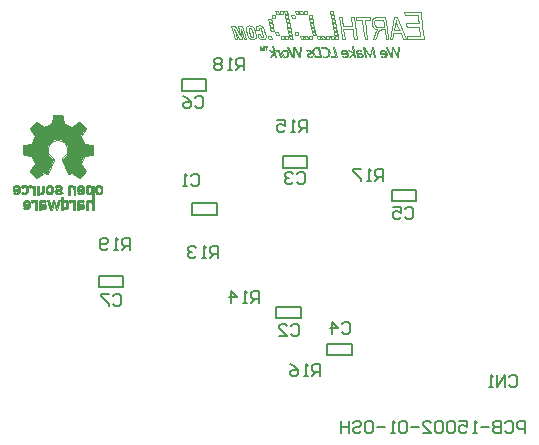
<source format=gbo>
G04 Layer_Color=32896*
%FSLAX25Y25*%
%MOIN*%
G70*
G01*
G75*
%ADD17C,0.00800*%
%ADD25C,0.00049*%
%ADD26C,0.00500*%
%ADD27C,0.00222*%
G36*
X-186326Y82188D02*
X-186327Y82180D01*
X-186290Y82187D01*
X-186011Y82132D01*
X-186011Y82132D01*
X-185750Y82080D01*
X-185728Y82065D01*
X-185730Y82063D01*
X-185399Y81842D01*
X-185307Y81704D01*
X-185783Y81329D01*
X-185783Y81329D01*
X-185785Y81328D01*
X-185783Y81329D01*
X-185835Y81454D01*
X-185998Y81521D01*
X-185996Y81528D01*
X-186159Y81560D01*
X-186159Y81561D01*
X-186348Y81599D01*
X-186357Y81597D01*
X-186356Y81587D01*
X-186397Y81596D01*
X-186629Y81550D01*
X-186631Y81562D01*
X-186826Y81481D01*
X-186825Y81479D01*
X-186898Y81449D01*
X-186939Y81349D01*
X-186939Y81349D01*
X-187009Y81181D01*
X-187003Y81168D01*
X-186976Y80840D01*
X-186135D01*
X-186136Y80863D01*
X-186127Y80865D01*
X-185706Y80781D01*
X-185707Y80778D01*
X-185665Y80769D01*
X-185406Y80596D01*
X-185395Y80580D01*
X-185394Y80581D01*
X-185211Y80306D01*
X-185206Y80281D01*
X-185206Y80281D01*
X-185136Y79930D01*
X-185138Y79919D01*
X-185140Y79919D01*
X-185137Y79907D01*
X-185210Y79540D01*
X-185211Y79539D01*
X-185214Y79541D01*
X-185399Y79265D01*
X-185436Y79239D01*
X-185432Y79235D01*
X-185708Y79051D01*
X-185766Y79040D01*
X-185764Y79036D01*
X-186219Y78945D01*
X-186219Y78941D01*
X-186232Y78938D01*
X-186490Y78990D01*
X-186490Y78991D01*
X-186710Y79034D01*
X-186704Y79050D01*
X-186904Y79132D01*
X-186965Y79281D01*
X-186976Y79282D01*
Y79008D01*
X-187580D01*
Y81133D01*
X-187608Y81133D01*
X-187556Y81395D01*
X-187556Y81395D01*
X-187512Y81618D01*
X-187508Y81623D01*
X-187504Y81621D01*
X-187504Y81622D01*
X-187341Y81864D01*
X-187236Y81935D01*
X-187236Y81935D01*
X-187045Y82062D01*
X-186836Y82104D01*
X-186837Y82104D01*
X-186371Y82197D01*
X-186326Y82188D01*
D02*
G37*
G36*
X-173680D02*
X-173681Y82180D01*
X-173644Y82187D01*
X-173365Y82132D01*
X-173365Y82132D01*
X-173104Y82080D01*
X-173083Y82065D01*
X-173084Y82063D01*
X-172753Y81842D01*
X-172661Y81704D01*
X-173138Y81329D01*
X-173138Y81329D01*
X-173140Y81328D01*
X-173138Y81329D01*
X-173189Y81454D01*
X-173352Y81521D01*
X-173350Y81528D01*
X-173513Y81560D01*
X-173513Y81561D01*
X-173703Y81599D01*
X-173711Y81597D01*
X-173710Y81587D01*
X-173751Y81596D01*
X-173983Y81550D01*
X-173985Y81562D01*
X-174181Y81481D01*
X-174179Y81479D01*
X-174252Y81449D01*
X-174294Y81349D01*
X-174293Y81349D01*
X-174363Y81181D01*
X-174358Y81168D01*
X-174330Y80840D01*
X-173490D01*
X-173490Y80863D01*
X-173482Y80865D01*
X-173061Y80781D01*
X-173062Y80778D01*
X-173020Y80769D01*
X-172761Y80596D01*
X-172750Y80580D01*
X-172749Y80581D01*
X-172565Y80306D01*
X-172560Y80281D01*
X-172560Y80281D01*
X-172491Y79930D01*
X-172493Y79919D01*
X-172494Y79919D01*
X-172492Y79907D01*
X-172565Y79540D01*
X-172565Y79539D01*
X-172569Y79541D01*
X-172753Y79265D01*
X-172791Y79239D01*
X-172786Y79235D01*
X-173062Y79051D01*
X-173120Y79040D01*
X-173119Y79036D01*
X-173573Y78945D01*
X-173573Y78941D01*
X-173586Y78938D01*
X-173845Y78990D01*
X-173844Y78991D01*
X-174064Y79034D01*
X-174058Y79050D01*
X-174258Y79132D01*
X-174320Y79281D01*
X-174330Y79282D01*
Y79008D01*
X-174934D01*
Y81133D01*
X-174963Y81133D01*
X-174910Y81395D01*
X-174910Y81395D01*
X-174866Y81618D01*
X-174863Y81623D01*
X-174858Y81621D01*
X-174858Y81622D01*
X-174696Y81864D01*
X-174590Y81935D01*
X-174590Y81935D01*
X-174399Y82062D01*
X-174191Y82104D01*
X-174191Y82104D01*
X-173725Y82197D01*
X-173680Y82188D01*
D02*
G37*
G36*
X-179644Y81821D02*
X-179661Y81809D01*
X-179644Y81791D01*
Y81821D01*
X-179280Y82064D01*
X-179278Y82062D01*
X-179214Y82105D01*
X-178855Y82177D01*
X-178842Y82174D01*
X-178842Y82180D01*
X-178833Y82181D01*
X-178575Y82130D01*
X-178575Y82130D01*
X-178428Y82101D01*
X-178347Y82046D01*
X-178346Y82048D01*
X-178089Y81876D01*
X-178009Y81757D01*
X-178009Y81757D01*
X-177872Y81551D01*
X-177835Y81365D01*
X-177834Y81365D01*
X-177773Y81057D01*
X-177791Y81057D01*
X-177748Y80613D01*
X-177752Y80575D01*
X-177751Y80575D01*
X-177747Y80536D01*
X-177791Y80086D01*
X-177772Y80086D01*
X-177834Y79774D01*
X-177835Y79774D01*
X-177872Y79588D01*
X-178009Y79382D01*
X-178010Y79383D01*
X-178092Y79260D01*
X-178346Y79091D01*
X-178346Y79092D01*
X-178421Y79042D01*
X-178575Y79011D01*
X-178575Y79011D01*
X-178833Y78960D01*
X-178842Y78962D01*
X-178842Y78965D01*
X-178853Y78963D01*
X-179267Y79045D01*
X-179286Y79058D01*
X-179286Y79061D01*
X-179615Y79281D01*
X-179652Y79335D01*
X-179644Y79020D01*
X-180268D01*
Y83375D01*
X-179644D01*
Y81821D01*
D02*
G37*
G36*
X-181635Y79020D02*
X-182186D01*
X-182834Y81190D01*
X-182845D01*
X-183495Y79020D01*
X-184045D01*
X-185037Y82122D01*
X-184376D01*
X-183782Y79949D01*
X-183769D01*
X-183068Y82122D01*
X-182613D01*
X-181910Y79949D01*
X-181899D01*
X-181303Y82122D01*
X-180643D01*
X-181635Y79020D01*
D02*
G37*
G36*
X-191725Y82182D02*
X-191725Y82181D01*
X-191275Y82092D01*
X-191271Y82100D01*
X-191270Y82100D01*
X-190852Y81821D01*
X-190856Y81816D01*
X-190791Y81773D01*
X-190678Y81604D01*
X-190678Y81604D01*
X-190561Y81430D01*
X-190541Y81328D01*
X-190536Y81329D01*
X-190467Y80978D01*
X-190471Y80977D01*
X-190418Y80575D01*
X-190420Y80559D01*
X-190421Y80559D01*
X-190418Y80540D01*
X-190473Y80121D01*
X-190470Y80120D01*
X-190542Y79759D01*
X-190548Y79761D01*
X-190562Y79690D01*
X-190697Y79488D01*
X-190775Y79372D01*
X-190893Y79293D01*
X-190893Y79293D01*
X-191228Y79069D01*
X-191344Y79046D01*
X-191345Y79049D01*
X-191820Y78955D01*
X-191820Y78953D01*
X-191824Y78952D01*
X-192432Y79073D01*
X-192430Y79079D01*
X-192444Y79082D01*
X-192697Y79251D01*
X-192697Y79250D01*
X-192878Y79371D01*
X-192949Y79477D01*
X-192490Y79869D01*
X-192501Y79858D01*
X-192489Y79840D01*
X-192177Y79631D01*
X-192177Y79631D01*
X-192162Y79621D01*
X-191814Y79552D01*
X-191808Y79553D01*
X-191808Y79554D01*
X-191797Y79552D01*
X-191511Y79609D01*
X-191511Y79610D01*
X-191478Y79616D01*
X-191271Y79754D01*
X-191250Y79731D01*
X-191228Y79740D01*
X-191121Y80000D01*
X-191113Y79997D01*
X-191050Y80316D01*
X-191054Y80335D01*
X-193002Y80335D01*
Y80849D01*
X-193025Y80848D01*
X-193030Y80871D01*
X-192926Y81396D01*
X-192924Y81395D01*
X-192921Y81410D01*
X-192670Y81786D01*
X-192628Y81814D01*
X-192631Y81818D01*
X-192225Y82089D01*
X-192213Y82092D01*
X-192211Y82089D01*
X-191734Y82184D01*
X-191725Y82182D01*
D02*
G37*
G36*
X-189308Y82095D02*
X-189290Y82083D01*
X-189292Y82077D01*
X-189014Y81891D01*
X-188948Y81793D01*
X-188938Y81791D01*
Y82122D01*
X-188314D01*
Y79020D01*
X-188938D01*
Y80884D01*
X-188925Y80884D01*
X-188921Y80903D01*
X-188977Y81182D01*
X-188984Y81179D01*
X-189067Y81379D01*
X-189111Y81397D01*
X-189122Y81384D01*
X-189292Y81497D01*
X-189542Y81547D01*
X-189542Y81547D01*
X-189542Y81582D01*
X-189750Y81496D01*
X-189754Y81507D01*
X-189776Y81503D01*
X-189956Y81382D01*
X-190405Y81919D01*
X-190408Y81922D01*
X-190132Y82107D01*
X-190096Y82114D01*
X-190094Y82110D01*
X-189757Y82177D01*
X-189757Y82177D01*
X-189758Y82176D01*
X-189737Y82180D01*
X-189308Y82095D01*
D02*
G37*
G36*
X-176653D02*
X-176635Y82083D01*
X-176637Y82077D01*
X-176358Y81891D01*
X-176292Y81793D01*
X-176283Y81791D01*
Y82122D01*
X-175659D01*
Y79020D01*
X-176283D01*
Y80884D01*
X-176270Y80884D01*
X-176266Y80903D01*
X-176322Y81182D01*
X-176329Y81179D01*
X-176412Y81379D01*
X-176456Y81397D01*
X-176467Y81384D01*
X-176637Y81497D01*
X-176886Y81547D01*
X-176887Y81547D01*
X-176887Y81582D01*
X-177095Y81496D01*
X-177099Y81507D01*
X-177121Y81503D01*
X-177301Y81382D01*
X-177750Y81919D01*
X-177753Y81922D01*
X-177476Y82107D01*
X-177441Y82114D01*
X-177439Y82110D01*
X-177102Y82177D01*
X-177102Y82177D01*
X-177102Y82176D01*
X-177082Y82180D01*
X-176653Y82095D01*
D02*
G37*
G36*
X-185919Y84998D02*
X-185893Y84998D01*
X-185891Y84991D01*
X-185939Y84749D01*
X-185940Y84749D01*
X-185984Y84525D01*
X-185987Y84526D01*
X-185988Y84526D01*
X-186176Y84244D01*
X-186252Y84193D01*
X-186250Y84190D01*
X-186574Y83973D01*
X-186590Y83970D01*
X-186593Y83976D01*
X-186959Y83903D01*
X-186959Y83904D01*
X-186978Y83901D01*
X-187403Y83985D01*
X-187421Y83997D01*
X-187419Y84003D01*
X-187696Y84188D01*
X-187761Y84285D01*
X-187772Y84286D01*
Y83958D01*
X-188396D01*
Y87061D01*
X-187772D01*
Y85210D01*
X-187786Y85211D01*
X-187789Y85196D01*
X-187735Y84926D01*
X-187729Y84928D01*
X-187629Y84686D01*
X-187630Y84686D01*
X-187628Y84681D01*
X-187401Y84587D01*
X-187404Y84578D01*
X-187168Y84531D01*
X-187161Y84532D01*
X-187161Y84532D01*
X-187153Y84530D01*
X-186913Y84578D01*
X-186916Y84587D01*
X-186687Y84682D01*
X-186685Y84686D01*
X-186686Y84686D01*
X-186586Y84928D01*
X-186580Y84926D01*
X-186526Y85196D01*
X-186529Y85211D01*
X-186543Y87061D01*
X-185919D01*
Y84998D01*
D02*
G37*
G36*
X-193200Y84869D02*
X-193200Y84869D01*
X-193198Y84870D01*
X-193200Y84869D01*
D02*
G37*
G36*
X-170930Y87118D02*
X-170930Y87115D01*
X-170918Y87117D01*
X-170507Y87036D01*
X-170485Y87021D01*
X-170485Y87019D01*
X-170161Y86802D01*
X-170121Y86742D01*
X-170128Y87061D01*
X-169504D01*
Y79020D01*
X-170128D01*
Y80867D01*
X-170114Y80867D01*
X-170111Y80881D01*
X-170165Y81149D01*
X-170171Y81147D01*
X-170271Y81389D01*
X-170271Y81389D01*
X-170273Y81396D01*
X-170501Y81490D01*
X-170498Y81499D01*
X-170738Y81547D01*
X-170746Y81546D01*
X-170746Y81545D01*
X-170753Y81547D01*
X-170989Y81500D01*
X-170986Y81490D01*
X-171211Y81397D01*
X-171214Y81389D01*
X-171214Y81389D01*
X-171314Y81147D01*
X-171320Y81149D01*
X-171373Y80881D01*
X-171371Y80867D01*
X-171357Y79020D01*
X-171981D01*
Y81082D01*
X-172007Y81082D01*
X-172008Y81089D01*
X-171960Y81330D01*
X-171960Y81330D01*
X-171916Y81553D01*
X-171916Y81554D01*
X-171912Y81552D01*
X-171723Y81836D01*
X-171647Y81887D01*
X-171650Y81889D01*
X-171320Y82110D01*
X-171311Y82112D01*
X-171308Y82105D01*
X-170947Y82177D01*
X-170947Y82176D01*
X-170927Y82180D01*
X-170498Y82095D01*
X-170480Y82083D01*
X-170482Y82077D01*
X-170203Y81891D01*
X-170137Y81793D01*
X-170128Y81791D01*
X-170128Y84254D01*
X-170490Y84012D01*
X-170491Y84013D01*
X-170545Y83977D01*
X-170914Y83903D01*
X-170930Y83907D01*
X-170930Y83900D01*
X-170938Y83899D01*
X-171194Y83950D01*
Y83950D01*
X-171346Y83980D01*
X-171422Y84030D01*
X-171422Y84029D01*
X-171685Y84205D01*
X-171762Y84321D01*
X-171762Y84321D01*
X-171898Y84525D01*
X-171935Y84711D01*
X-171936Y84711D01*
X-171997Y85021D01*
X-171979Y85021D01*
X-172023Y85467D01*
X-172019Y85506D01*
X-172019Y85506D01*
X-172023Y85545D01*
X-171979Y85993D01*
X-171997Y85994D01*
X-171936Y86303D01*
X-171935Y86303D01*
X-171898Y86491D01*
X-171762Y86695D01*
X-171763Y86696D01*
X-171688Y86808D01*
X-171422Y86986D01*
X-171421Y86985D01*
X-171339Y87040D01*
X-171194Y87068D01*
X-171194Y87068D01*
X-170938Y87119D01*
X-170930Y87118D01*
D02*
G37*
G36*
X-192023Y87023D02*
X-192022Y87027D01*
X-191985Y87019D01*
X-191562Y86737D01*
X-191565Y86733D01*
X-191496Y86686D01*
X-191380Y86513D01*
X-191380Y86513D01*
X-191247Y86313D01*
X-191232Y86241D01*
X-191227Y86243D01*
X-191160Y85902D01*
X-191162Y85902D01*
X-191112Y85519D01*
X-191114Y85506D01*
X-191114Y85506D01*
X-191112Y85492D01*
X-191162Y85110D01*
X-191160Y85110D01*
X-191227Y84769D01*
X-191232Y84771D01*
X-191246Y84701D01*
X-191380Y84501D01*
X-191380Y84501D01*
X-191493Y84332D01*
X-191566Y84283D01*
X-191563Y84279D01*
X-191980Y84000D01*
X-192022Y83992D01*
X-192024Y83996D01*
X-192536Y83894D01*
X-192543Y83895D01*
X-192543Y83895D01*
X-192550Y83894D01*
X-192877Y83959D01*
X-192877Y83959D01*
X-193073Y83998D01*
X-193178Y84068D01*
X-193179Y84065D01*
X-193603Y84348D01*
X-193669Y84448D01*
X-193200Y84869D01*
X-193133Y84769D01*
X-192912Y84621D01*
X-192912Y84621D01*
X-192859Y84586D01*
X-192573Y84529D01*
X-192567Y84530D01*
X-192567Y84528D01*
X-192547Y84524D01*
X-192209Y84592D01*
X-192210Y84595D01*
X-192195Y84597D01*
X-191989Y84736D01*
X-191958Y84781D01*
X-191959Y84782D01*
X-191831Y84973D01*
X-191808Y85084D01*
X-191807Y85084D01*
X-191728Y85481D01*
X-191733Y85506D01*
X-191733Y85505D01*
X-191728Y85531D01*
X-191807Y85930D01*
X-191809Y85929D01*
X-191831Y86042D01*
X-191959Y86233D01*
X-191958Y86233D01*
X-191990Y86281D01*
X-192197Y86419D01*
X-192210Y86421D01*
X-192209Y86424D01*
X-192547Y86492D01*
X-192567Y86488D01*
X-192567Y86486D01*
X-192572Y86487D01*
X-192860Y86430D01*
X-192911Y86396D01*
X-192911Y86396D01*
X-193138Y86244D01*
X-193200Y86150D01*
X-193659Y86559D01*
X-193669Y86568D01*
X-193603Y86668D01*
X-193179Y86952D01*
X-193178Y86949D01*
X-193070Y87021D01*
X-192877Y87059D01*
Y87059D01*
X-192550Y87125D01*
X-192543Y87123D01*
X-192543Y87123D01*
X-192536Y87125D01*
X-192023Y87023D01*
D02*
G37*
G36*
X-176546Y87033D02*
X-176527Y87021D01*
X-176530Y87016D01*
X-176251Y86830D01*
X-176185Y86731D01*
X-176175Y86729D01*
Y87061D01*
X-175551D01*
Y83958D01*
X-176175D01*
Y85806D01*
X-176162Y85805D01*
X-176159Y85819D01*
X-176213Y86088D01*
X-176218Y86086D01*
X-176319Y86328D01*
X-176318Y86328D01*
X-176321Y86334D01*
X-176549Y86429D01*
X-176545Y86438D01*
X-176786Y86486D01*
X-176794Y86484D01*
X-176794Y86484D01*
X-176801Y86485D01*
X-177037Y86438D01*
X-177033Y86429D01*
X-177259Y86335D01*
X-177262Y86328D01*
X-177262Y86328D01*
X-177362Y86086D01*
X-177368Y86088D01*
X-177421Y85819D01*
X-177418Y85805D01*
X-177405Y83958D01*
X-178029D01*
Y86021D01*
X-178055Y86021D01*
X-178056Y86028D01*
X-178008Y86268D01*
X-178008Y86268D01*
X-177964Y86492D01*
X-177963Y86492D01*
X-177960Y86491D01*
X-177771Y86774D01*
X-177695Y86825D01*
X-177697Y86828D01*
X-177367Y87048D01*
X-177359Y87050D01*
X-177356Y87043D01*
X-176995Y87115D01*
X-176995Y87114D01*
X-176975Y87118D01*
X-176546Y87033D01*
D02*
G37*
G36*
X-190099D02*
X-190081Y87021D01*
X-190083Y87016D01*
X-189804Y86830D01*
X-189738Y86731D01*
X-189729Y86729D01*
Y87061D01*
X-189105D01*
Y83958D01*
X-189729D01*
Y85823D01*
X-189716Y85822D01*
X-189712Y85842D01*
X-189768Y86120D01*
X-189775Y86118D01*
X-189858Y86318D01*
X-189901Y86336D01*
X-189913Y86322D01*
X-190083Y86436D01*
X-190332Y86485D01*
X-190333Y86485D01*
X-190333Y86521D01*
X-190541Y86435D01*
X-190545Y86445D01*
X-190567Y86441D01*
X-190747Y86321D01*
X-191196Y86857D01*
X-191199Y86860D01*
X-190922Y87045D01*
X-190886Y87052D01*
X-190885Y87048D01*
X-190548Y87115D01*
X-190548Y87115D01*
X-190548Y87114D01*
X-190528Y87118D01*
X-190099Y87033D01*
D02*
G37*
G36*
X-179827Y110467D02*
X-179792Y110381D01*
X-179257Y107594D01*
X-179260Y107593D01*
X-179225Y107507D01*
X-179167Y107483D01*
X-176833Y106517D01*
X-176775Y106493D01*
X-176690Y106528D01*
X-174341Y108121D01*
X-174342Y108124D01*
X-174257Y108159D01*
X-174142Y108112D01*
X-172142Y106095D01*
X-172133Y106103D01*
X-172086Y105989D01*
X-172121Y105903D01*
X-173714Y103554D01*
X-173717Y103556D01*
X-173752Y103470D01*
X-173729Y103412D01*
X-172762Y101078D01*
X-172762D01*
X-172738Y101021D01*
X-172652Y100985D01*
X-169865Y100451D01*
X-169864Y100453D01*
X-169778Y100418D01*
X-169731Y100303D01*
X-169743Y97463D01*
X-169731D01*
X-169778Y97348D01*
X-169864Y97312D01*
X-172652Y96778D01*
X-172652Y96781D01*
X-172738Y96745D01*
X-172762Y96688D01*
X-173729Y94354D01*
X-173752Y94296D01*
X-173717Y94210D01*
X-172124Y91861D01*
X-172121Y91863D01*
X-172086Y91777D01*
X-172133Y91663D01*
X-174151Y89663D01*
X-174142Y89654D01*
X-174257Y89606D01*
X-174342Y89642D01*
X-176691Y91235D01*
X-176690Y91238D01*
X-176776Y91273D01*
X-176833Y91249D01*
X-177902Y90807D01*
X-177959Y90783D01*
X-178074Y90830D01*
X-178098Y90889D01*
X-180066Y95708D01*
X-180089Y95765D01*
X-180042Y95880D01*
X-179990Y95901D01*
X-179989Y95899D01*
X-179707Y96016D01*
X-179021Y96542D01*
X-178495Y97228D01*
X-178164Y98026D01*
X-178051Y98883D01*
X-178164Y99740D01*
X-178495Y100538D01*
X-179021Y101224D01*
X-179707Y101750D01*
X-180505Y102081D01*
X-181362Y102194D01*
X-182219Y102081D01*
X-183018Y101750D01*
X-183703Y101224D01*
X-184229Y100538D01*
X-184560Y99740D01*
X-184673Y98883D01*
X-184560Y98026D01*
X-184229Y97228D01*
X-183703Y96542D01*
X-183018Y96016D01*
X-182736Y95899D01*
X-182735Y95901D01*
X-182683Y95880D01*
X-182635Y95765D01*
X-182658Y95708D01*
X-184626Y90889D01*
X-184650Y90830D01*
X-184765Y90783D01*
X-184823Y90807D01*
X-185891Y91249D01*
X-185949Y91273D01*
X-186035Y91238D01*
X-188384Y89645D01*
X-188382Y89642D01*
X-188468Y89606D01*
X-188583Y89654D01*
X-190582Y91671D01*
X-190591Y91663D01*
X-190639Y91777D01*
X-190603Y91863D01*
X-189010Y94212D01*
X-189007Y94210D01*
X-188972Y94296D01*
X-188996Y94354D01*
X-189963Y96688D01*
X-189963D01*
X-189986Y96745D01*
X-190072Y96781D01*
X-192860Y97316D01*
X-192860Y97312D01*
X-192946Y97348D01*
X-192994Y97463D01*
Y97463D01*
X-192981Y100303D01*
X-192994D01*
X-192946Y100418D01*
X-192860Y100453D01*
X-190073Y100988D01*
X-190072Y100985D01*
X-189986Y101021D01*
X-189963Y101078D01*
X-188996Y103412D01*
X-188972Y103470D01*
X-189007Y103556D01*
X-190601Y105904D01*
X-190603Y105903D01*
X-190639Y105989D01*
X-190591Y106103D01*
X-188574Y108103D01*
X-188583Y108112D01*
X-188468Y108159D01*
X-188382Y108124D01*
X-186033Y106531D01*
X-186035Y106528D01*
X-185949Y106493D01*
X-185891Y106517D01*
X-183557Y107483D01*
X-183500Y107507D01*
X-183464Y107593D01*
X-182930Y110380D01*
X-182933Y110381D01*
X-182897Y110467D01*
X-182782Y110514D01*
X-182782D01*
X-179942Y110502D01*
Y110514D01*
X-179942D01*
X-179827Y110467D01*
D02*
G37*
G36*
X-167324Y87065D02*
X-167324Y87065D01*
X-167150Y87030D01*
X-167062Y86971D01*
X-167061Y86973D01*
X-166860Y86839D01*
X-166861Y86838D01*
X-166726Y86748D01*
X-166700Y86709D01*
X-166700Y86709D01*
X-166464Y86357D01*
X-166445Y86259D01*
X-166446Y86259D01*
X-166385Y85949D01*
X-166391Y85949D01*
X-166338Y85541D01*
X-166341Y85513D01*
X-166340Y85513D01*
X-166337Y85483D01*
X-166391Y85070D01*
X-166384Y85069D01*
X-166446Y84757D01*
X-166445Y84757D01*
X-166464Y84659D01*
X-166700Y84307D01*
X-166701Y84309D01*
X-166733Y84262D01*
X-166861Y84176D01*
X-166861Y84175D01*
X-167060Y84042D01*
X-167062Y84044D01*
X-167143Y83989D01*
X-167324Y83953D01*
Y83953D01*
X-167639Y83891D01*
X-167654Y83894D01*
X-167654Y83894D01*
X-167668Y83891D01*
X-167980Y83953D01*
X-168160Y83989D01*
X-168242Y84044D01*
X-168243Y84042D01*
X-168444Y84176D01*
X-168444Y84176D01*
X-168577Y84266D01*
X-168606Y84308D01*
X-168607Y84307D01*
X-168840Y84657D01*
X-168860Y84757D01*
X-168859Y84757D01*
X-168921Y85069D01*
X-168914Y85070D01*
X-168969Y85483D01*
X-168965Y85513D01*
X-168964Y85513D01*
X-168968Y85541D01*
X-168914Y85949D01*
X-168921Y85949D01*
X-168859Y86259D01*
X-168860Y86259D01*
X-168840Y86359D01*
X-168607Y86709D01*
X-168607Y86709D01*
X-168584Y86744D01*
X-168444Y86838D01*
X-168444Y86839D01*
X-168243Y86974D01*
X-168242Y86971D01*
X-168154Y87030D01*
X-167980Y87065D01*
X-167980Y87065D01*
X-167668Y87127D01*
X-167654Y87124D01*
X-167654Y87124D01*
X-167639Y87127D01*
X-167324Y87065D01*
D02*
G37*
G36*
X-183744Y87065D02*
Y87065D01*
X-183570Y87030D01*
X-183482Y86971D01*
X-183481Y86973D01*
X-183280Y86839D01*
X-183281Y86838D01*
X-183146Y86748D01*
X-183120Y86709D01*
X-183119Y86709D01*
X-182884Y86357D01*
X-182865Y86259D01*
X-182866Y86259D01*
X-182805Y85949D01*
X-182811Y85949D01*
X-182758Y85541D01*
X-182761Y85513D01*
X-182760Y85513D01*
X-182756Y85483D01*
X-182811Y85070D01*
X-182804Y85069D01*
X-182866Y84757D01*
X-182865Y84757D01*
X-182884Y84659D01*
X-183119Y84307D01*
X-183121Y84309D01*
X-183153Y84262D01*
X-183281Y84176D01*
X-183281Y84175D01*
X-183480Y84042D01*
X-183482Y84044D01*
X-183563Y83989D01*
X-183744Y83953D01*
X-184059Y83891D01*
X-184074Y83894D01*
X-184073Y83894D01*
X-184088Y83891D01*
X-184400Y83953D01*
Y83953D01*
X-184580Y83989D01*
X-184662Y84044D01*
X-184663Y84042D01*
X-184864Y84176D01*
X-184863Y84176D01*
X-184997Y84266D01*
X-185026Y84308D01*
X-185027Y84307D01*
X-185260Y84657D01*
X-185280Y84757D01*
X-185279Y84757D01*
X-185341Y85069D01*
X-185334Y85070D01*
X-185389Y85483D01*
X-185385Y85513D01*
X-185384Y85513D01*
X-185388Y85541D01*
X-185334Y85949D01*
X-185341Y85949D01*
X-185279Y86259D01*
X-185280Y86259D01*
X-185260Y86359D01*
X-185027Y86709D01*
X-185027Y86709D01*
X-185004Y86744D01*
X-184863Y86838D01*
X-184864Y86839D01*
X-184663Y86974D01*
X-184661Y86971D01*
X-184573Y87030D01*
X-184400Y87065D01*
X-184400Y87065D01*
X-184088Y87127D01*
X-184073Y87124D01*
X-184074Y87124D01*
X-184059Y87127D01*
X-183744Y87065D01*
D02*
G37*
G36*
X-173729Y87120D02*
X-173729Y87120D01*
X-173279Y87030D01*
X-173275Y87038D01*
X-173274Y87038D01*
X-172856Y86759D01*
X-172860Y86755D01*
X-172795Y86712D01*
X-172682Y86542D01*
X-172682Y86542D01*
X-172565Y86368D01*
X-172545Y86266D01*
X-172541Y86268D01*
X-172471Y85916D01*
X-172475Y85915D01*
X-172422Y85513D01*
X-172424Y85497D01*
X-172425Y85497D01*
X-172422Y85479D01*
X-172477Y85059D01*
X-172474Y85059D01*
X-172546Y84697D01*
X-172552Y84699D01*
X-172566Y84629D01*
X-172701Y84426D01*
X-172701D01*
X-172779Y84311D01*
X-172898Y84231D01*
X-172898Y84231D01*
X-173232Y84007D01*
X-173348Y83984D01*
X-173349Y83988D01*
X-173824Y83893D01*
X-173824Y83891D01*
X-173828Y83890D01*
X-174436Y84011D01*
X-174434Y84017D01*
X-174449Y84020D01*
X-174701Y84189D01*
X-174701Y84189D01*
X-174882Y84310D01*
X-174953Y84415D01*
X-174494Y84807D01*
X-174505Y84796D01*
X-174493Y84778D01*
X-174181Y84570D01*
X-174181Y84570D01*
X-174166Y84559D01*
X-173818Y84490D01*
X-173812Y84491D01*
X-173812Y84493D01*
X-173802Y84490D01*
X-173515Y84547D01*
X-173516Y84548D01*
X-173482Y84555D01*
X-173276Y84693D01*
X-173254Y84670D01*
X-173232Y84679D01*
X-173125Y84938D01*
X-173117Y84936D01*
X-173054Y85254D01*
X-173058Y85274D01*
X-175006Y85273D01*
Y85787D01*
X-175030Y85787D01*
X-175034Y85810D01*
X-174930Y86334D01*
X-174928Y86334D01*
X-174925Y86348D01*
X-174674Y86724D01*
X-174632Y86752D01*
X-174636Y86756D01*
X-174229Y87028D01*
X-174217Y87030D01*
X-174215Y87027D01*
X-173739Y87122D01*
X-173729Y87120D01*
D02*
G37*
G36*
X-195121D02*
X-195121Y87120D01*
X-194671Y87030D01*
X-194667Y87038D01*
X-194666Y87038D01*
X-194248Y86759D01*
X-194252Y86755D01*
X-194187Y86712D01*
X-194074Y86542D01*
X-194074Y86542D01*
X-193958Y86369D01*
X-193938Y86266D01*
X-193933Y86268D01*
X-193863Y85916D01*
X-193868Y85915D01*
X-193815Y85514D01*
X-193817Y85497D01*
X-193817Y85497D01*
X-193815Y85479D01*
X-193870Y85059D01*
X-193866Y85059D01*
X-193938Y84697D01*
X-193945Y84699D01*
X-193958Y84629D01*
X-194094Y84426D01*
X-194171Y84311D01*
X-194290Y84231D01*
X-194290Y84231D01*
X-194625Y84007D01*
X-194740Y83984D01*
X-194742Y83988D01*
X-195216Y83893D01*
X-195216Y83891D01*
X-195221Y83890D01*
X-195829Y84011D01*
X-195826Y84017D01*
X-195841Y84020D01*
X-196094Y84189D01*
X-196094Y84189D01*
X-196275Y84310D01*
X-196345Y84415D01*
X-195886Y84807D01*
X-195898Y84796D01*
X-195886Y84778D01*
X-195574Y84570D01*
X-195574Y84570D01*
X-195558Y84559D01*
X-195210Y84490D01*
X-195204Y84491D01*
X-195205Y84493D01*
X-195194Y84490D01*
X-194908Y84547D01*
X-194908Y84548D01*
X-194874Y84555D01*
X-194668Y84693D01*
X-194647Y84670D01*
X-194624Y84679D01*
X-194517Y84938D01*
X-194510Y84935D01*
X-194447Y85254D01*
X-194450Y85274D01*
X-196398Y85273D01*
Y85787D01*
X-196422Y85787D01*
X-196426Y85810D01*
X-196322Y86334D01*
X-196320Y86334D01*
X-196318Y86348D01*
X-196066Y86724D01*
X-196024Y86752D01*
X-196028Y86756D01*
X-195621Y87028D01*
X-195609Y87030D01*
X-195608Y87027D01*
X-195131Y87122D01*
X-195121Y87120D01*
D02*
G37*
G36*
X-181116Y87140D02*
X-181117Y87125D01*
X-181100Y87128D01*
X-180662Y87041D01*
X-180663Y87040D01*
X-180528Y87014D01*
X-180291Y86855D01*
X-180291Y86855D01*
X-180186Y86784D01*
X-180035Y86558D01*
X-180030Y86560D01*
X-180017Y86541D01*
X-179941Y86161D01*
X-179945Y86140D01*
X-179942Y86123D01*
X-180010Y85778D01*
X-180012Y85779D01*
X-180013Y85772D01*
X-180171Y85537D01*
X-180210Y85510D01*
X-180208Y85509D01*
X-180477Y85329D01*
X-180496Y85325D01*
X-180495Y85323D01*
X-180853Y85251D01*
X-181403Y85210D01*
X-181404Y85216D01*
X-181571Y85183D01*
X-181570Y85181D01*
X-181697Y85128D01*
X-181694Y85125D01*
X-181724Y85113D01*
X-181760Y85027D01*
X-181760Y85027D01*
X-181808Y84911D01*
X-181805Y84906D01*
X-181808Y84907D01*
X-181812Y84899D01*
X-181742Y84731D01*
X-181744Y84730D01*
X-181709Y84646D01*
X-181611Y84606D01*
X-181611Y84606D01*
X-181537Y84557D01*
X-181414Y84532D01*
X-181414Y84532D01*
X-181181Y84486D01*
X-181171Y84488D01*
X-181171Y84483D01*
X-181158Y84480D01*
X-180632Y84585D01*
X-180631Y84582D01*
X-180174Y84887D01*
X-179757Y84474D01*
X-179735Y84452D01*
X-180376Y84023D01*
X-180378Y84023D01*
X-180381Y84029D01*
X-181110Y83884D01*
X-181123Y83887D01*
X-181122Y83888D01*
X-181139Y83885D01*
X-181620Y83981D01*
X-181620Y83981D01*
X-181807Y84018D01*
X-182034Y84170D01*
X-182034Y84170D01*
X-182185Y84271D01*
X-182317Y84469D01*
X-182319Y84468D01*
X-182358Y84526D01*
X-182424Y84859D01*
X-182421Y84876D01*
X-182427Y84876D01*
X-182429Y84885D01*
X-182362Y85220D01*
X-182362Y85220D01*
X-182348Y85290D01*
X-182201Y85510D01*
X-182201Y85510D01*
X-182159Y85573D01*
X-181929Y85726D01*
X-181927Y85727D01*
X-181929Y85732D01*
X-181922Y85737D01*
X-181732Y85775D01*
X-181732Y85775D01*
X-181509Y85819D01*
X-180995Y85842D01*
X-180994Y85833D01*
X-180794Y85873D01*
X-180795Y85874D01*
X-180658Y85931D01*
X-180655Y85928D01*
X-180649Y85931D01*
X-180606Y86036D01*
X-180606Y86036D01*
X-180565Y86134D01*
X-180559Y86133D01*
X-180556Y86143D01*
X-180666Y86408D01*
X-180688Y86417D01*
X-180690Y86416D01*
X-180862Y86488D01*
X-180863Y86483D01*
X-181097Y86529D01*
X-181117Y86525D01*
X-181116Y86528D01*
X-181136Y86532D01*
X-181572Y86445D01*
X-181580Y86465D01*
X-181581Y86465D01*
X-181947Y86220D01*
X-182333Y86675D01*
X-182340Y86683D01*
X-181863Y87001D01*
X-181824Y87009D01*
X-181822Y87004D01*
X-181494Y87069D01*
X-181494Y87070D01*
X-181130Y87142D01*
X-181116Y87140D01*
D02*
G37*
%LPC*%
G36*
X-186249Y80344D02*
X-186976Y80326D01*
Y80098D01*
X-186990Y80099D01*
X-186995Y80073D01*
X-186943Y79811D01*
X-186942Y79811D01*
X-186901Y79712D01*
X-186899Y79713D01*
X-186879Y79664D01*
X-186836Y79646D01*
X-186835Y79646D01*
X-186623Y79558D01*
X-186620Y79576D01*
X-186346Y79522D01*
X-186294Y79532D01*
X-186295Y79542D01*
X-186277Y79538D01*
X-186034Y79587D01*
X-186034Y79584D01*
X-185845Y79662D01*
X-185849Y79666D01*
X-185806Y79684D01*
X-185756Y79804D01*
X-185757Y79804D01*
X-185698Y79947D01*
X-185699Y79949D01*
X-185701Y79948D01*
X-185694Y79964D01*
X-185754Y80108D01*
X-185754Y80108D01*
X-185795Y80208D01*
X-185847Y80230D01*
X-185845Y80233D01*
X-186015Y80303D01*
X-186016Y80298D01*
X-186249Y80344D01*
D02*
G37*
G36*
X-191717Y81583D02*
X-191725Y81582D01*
X-191725Y81582D01*
X-191733Y81583D01*
X-191980Y81534D01*
X-191981Y81534D01*
X-191982Y81534D01*
X-192184Y81400D01*
X-192189Y81392D01*
X-192189Y81392D01*
X-192322Y81193D01*
X-192329Y81160D01*
X-192332Y81161D01*
X-192394Y80849D01*
X-191069Y80849D01*
X-191052Y80849D01*
X-191114Y81160D01*
X-191117Y81160D01*
X-191124Y81195D01*
X-191255Y81392D01*
X-191256Y81392D01*
X-191260Y81398D01*
X-191462Y81533D01*
X-191466Y81534D01*
X-191466Y81534D01*
X-191717Y81583D01*
D02*
G37*
G36*
X-179023Y81553D02*
X-179033Y81551D01*
X-179033Y81550D01*
X-179032Y81550D01*
X-179033Y81534D01*
X-179033Y81550D01*
X-179042Y81552D01*
X-179228Y81515D01*
X-179230Y81523D01*
X-179383Y81460D01*
X-179383Y81459D01*
X-179477Y81420D01*
X-179559Y81221D01*
X-179562Y81222D01*
X-179690Y80579D01*
X-179689Y80575D01*
X-179689Y80575D01*
X-179691Y80566D01*
X-179562Y79917D01*
X-179559Y79918D01*
X-179477Y79719D01*
X-179383Y79680D01*
X-179383Y79679D01*
X-179230Y79616D01*
X-179228Y79624D01*
X-179042Y79587D01*
X-179032Y79589D01*
X-179033Y79588D01*
X-179023Y79586D01*
X-178834Y79624D01*
X-178832Y79614D01*
X-178677Y79677D01*
X-178678Y79678D01*
X-178577Y79720D01*
X-178499Y79906D01*
X-178496Y79905D01*
X-178368Y80549D01*
X-178373Y80574D01*
X-178368Y80596D01*
X-178496Y81234D01*
X-178499Y81233D01*
X-178577Y81419D01*
X-178678Y81461D01*
X-178677Y81462D01*
X-178832Y81526D01*
X-178834Y81516D01*
X-179023Y81553D01*
D02*
G37*
G36*
X-173603Y80344D02*
X-174330Y80326D01*
Y80098D01*
X-174345Y80099D01*
X-174350Y80073D01*
X-174298Y79811D01*
X-174296Y79811D01*
X-174255Y79712D01*
X-174253Y79713D01*
X-174233Y79664D01*
X-174190Y79646D01*
X-174189Y79646D01*
X-173977Y79558D01*
X-173975Y79576D01*
X-173700Y79522D01*
X-173648Y79532D01*
X-173649Y79542D01*
X-173631Y79538D01*
X-173389Y79587D01*
X-173388Y79584D01*
X-173199Y79662D01*
X-173204Y79666D01*
X-173160Y79684D01*
X-173111Y79804D01*
X-173111Y79804D01*
X-173052Y79947D01*
X-173053Y79949D01*
X-173055Y79948D01*
X-173048Y79964D01*
X-173108Y80108D01*
X-173108Y80108D01*
X-173149Y80208D01*
X-173202Y80230D01*
X-173200Y80233D01*
X-173369Y80303D01*
X-173371Y80298D01*
X-173603Y80344D01*
D02*
G37*
G36*
X-170128Y84286D02*
Y84254D01*
X-170109Y84267D01*
X-170128Y84286D01*
D02*
G37*
G36*
X-167637Y86487D02*
X-167654Y86484D01*
X-167654Y86484D01*
X-167654Y86483D01*
X-167654Y86484D01*
X-167670Y86487D01*
X-167946Y86432D01*
X-167954Y86427D01*
X-167949Y86416D01*
X-168130Y86341D01*
X-168167Y86252D01*
X-168156Y86245D01*
X-168253Y86100D01*
X-168276Y85982D01*
X-168275Y85982D01*
X-168313Y85795D01*
X-168310Y85795D01*
X-168345Y85528D01*
X-168342Y85506D01*
X-168342D01*
X-168342Y85506D01*
X-168309Y85506D01*
X-168342Y85506D01*
X-168345Y85484D01*
X-168310Y85218D01*
X-168313Y85218D01*
X-168275Y85031D01*
X-168276Y85031D01*
X-168253Y84917D01*
X-168156Y84771D01*
X-168167Y84764D01*
X-168130Y84675D01*
X-167949Y84600D01*
X-167954Y84589D01*
X-167946Y84584D01*
X-167670Y84529D01*
X-167654Y84532D01*
X-167637Y84529D01*
X-167359Y84584D01*
X-167352Y84589D01*
X-167357Y84600D01*
X-167181Y84673D01*
X-167143Y84765D01*
X-167151Y84771D01*
X-167054Y84916D01*
X-167031Y85032D01*
X-167031Y85032D01*
X-166994Y85221D01*
X-166996Y85221D01*
X-166961Y85491D01*
X-166964Y85513D01*
X-166965Y85513D01*
X-166963Y85535D01*
X-166997Y85797D01*
X-166994Y85797D01*
X-167031Y85982D01*
X-167031Y85982D01*
X-167054Y86100D01*
X-167151Y86245D01*
X-167143Y86251D01*
X-167181Y86343D01*
X-167357Y86416D01*
X-167352Y86427D01*
X-167359Y86431D01*
X-167637Y86487D01*
D02*
G37*
G36*
X-170750Y86491D02*
X-170939Y86454D01*
X-170940Y86464D01*
X-171094Y86400D01*
X-171094Y86399D01*
X-171194Y86358D01*
X-171272Y86169D01*
X-171276Y86171D01*
X-171404Y85527D01*
X-171399Y85505D01*
X-171399Y85506D01*
X-171403Y85483D01*
X-171276Y84843D01*
X-171272Y84844D01*
X-171195Y84658D01*
X-171094Y84616D01*
X-171094Y84616D01*
X-170940Y84552D01*
X-170939Y84562D01*
X-170750Y84525D01*
X-170740Y84526D01*
X-170740Y84527D01*
X-170731Y84525D01*
X-170543Y84563D01*
X-170541Y84554D01*
X-170387Y84618D01*
X-170387Y84618D01*
X-170292Y84658D01*
X-170211Y84855D01*
X-170208Y84854D01*
X-170080Y85498D01*
X-170082Y85506D01*
X-170081Y85506D01*
X-170080Y85514D01*
X-170209Y86160D01*
X-170210Y86160D01*
X-170293Y86358D01*
X-170387Y86398D01*
X-170387Y86398D01*
X-170541Y86462D01*
X-170543Y86453D01*
X-170731Y86490D01*
X-170740Y86489D01*
X-170740Y86489D01*
X-170750Y86491D01*
D02*
G37*
G36*
X-184057Y86487D02*
X-184074Y86484D01*
X-184090Y86487D01*
X-184366Y86432D01*
X-184373Y86427D01*
X-184369Y86416D01*
X-184550Y86341D01*
X-184586Y86252D01*
X-184576Y86245D01*
X-184673Y86100D01*
X-184696Y85982D01*
X-184695Y85982D01*
X-184732Y85795D01*
X-184730Y85795D01*
X-184765Y85528D01*
X-184762Y85506D01*
X-184762D01*
X-184762Y85506D01*
X-184729Y85506D01*
X-184762Y85506D01*
X-184765Y85484D01*
X-184729Y85218D01*
X-184732Y85218D01*
X-184695Y85031D01*
X-184696Y85031D01*
X-184673Y84917D01*
X-184576Y84771D01*
X-184586Y84764D01*
X-184550Y84675D01*
X-184369Y84600D01*
X-184373Y84589D01*
X-184366Y84584D01*
X-184090Y84529D01*
X-184074Y84532D01*
X-184074Y84532D01*
X-184073Y84532D01*
X-184074Y84532D01*
X-184057Y84529D01*
X-183779Y84584D01*
X-183772Y84589D01*
X-183777Y84600D01*
X-183601Y84673D01*
X-183563Y84765D01*
X-183571Y84771D01*
X-183474Y84916D01*
X-183451Y85032D01*
X-183451Y85032D01*
X-183414Y85221D01*
X-183416D01*
X-183380Y85491D01*
X-183383Y85513D01*
X-183385Y85513D01*
X-183382Y85535D01*
X-183417Y85797D01*
X-183414Y85797D01*
X-183451Y85982D01*
X-183451Y85982D01*
X-183474Y86099D01*
X-183571Y86245D01*
X-183563Y86251D01*
X-183601Y86343D01*
X-183777Y86416D01*
X-183772Y86427D01*
X-183779Y86431D01*
X-184057Y86487D01*
D02*
G37*
G36*
X-173721Y86522D02*
X-173729Y86520D01*
X-173729Y86520D01*
X-173737Y86522D01*
X-173984Y86472D01*
X-173985Y86473D01*
X-173986Y86472D01*
X-174188Y86338D01*
X-174193Y86330D01*
X-174193Y86330D01*
X-174326Y86131D01*
X-174333Y86098D01*
X-174336Y86099D01*
X-174398Y85787D01*
X-173073Y85787D01*
X-173056Y85787D01*
X-173118Y86099D01*
X-173121Y86098D01*
X-173128Y86134D01*
X-173260Y86330D01*
X-173260Y86330D01*
X-173264Y86337D01*
X-173466Y86471D01*
X-173470Y86472D01*
X-173470Y86472D01*
X-173721Y86522D01*
D02*
G37*
G36*
X-195113Y86522D02*
X-195122Y86520D01*
X-195121Y86520D01*
X-195129Y86522D01*
X-195377Y86472D01*
X-195377Y86473D01*
X-195379Y86472D01*
X-195580Y86338D01*
X-195586Y86330D01*
X-195586Y86330D01*
X-195719Y86131D01*
X-195725Y86098D01*
X-195729Y86099D01*
X-195791Y85787D01*
X-194466Y85787D01*
X-194449Y85787D01*
X-194511Y86099D01*
X-194514Y86098D01*
X-194521Y86134D01*
X-194652Y86330D01*
X-194652Y86330D01*
X-194657Y86337D01*
X-194858Y86471D01*
X-194863Y86472D01*
X-194863Y86472D01*
X-195113Y86522D01*
D02*
G37*
G36*
X-182761Y85513D02*
X-182794Y85513D01*
X-182761Y85513D01*
X-182761Y85513D01*
D02*
G37*
G36*
X-166341D02*
X-166374Y85513D01*
X-166341Y85513D01*
X-166341Y85513D01*
D02*
G37*
G36*
X-179945Y86140D02*
X-179945Y86140D01*
X-179945Y86140D01*
X-179945Y86140D01*
D02*
G37*
%LPD*%
G36*
X-167654Y84532D02*
X-167654Y84532D01*
X-167654Y84532D01*
X-167654Y84532D01*
D02*
G37*
G36*
X-170740Y84527D02*
X-170740Y84527D01*
X-170740Y84543D01*
X-170740Y84527D01*
D02*
G37*
G36*
X-178373Y80574D02*
X-178373Y80574D01*
X-178373Y80575D01*
X-178373Y80574D01*
D02*
G37*
G36*
X-184073Y86484D02*
X-184074Y86483D01*
X-184074Y86484D01*
X-184073Y86484D01*
D02*
G37*
D17*
X-157500Y65500D02*
Y69499D01*
X-159499D01*
X-160166Y68832D01*
Y67499D01*
X-159499Y66833D01*
X-157500D01*
X-158833D02*
X-160166Y65500D01*
X-161499D02*
X-162832D01*
X-162165D01*
Y69499D01*
X-161499Y68832D01*
X-164831Y66166D02*
X-165497Y65500D01*
X-166830D01*
X-167497Y66166D01*
Y68832D01*
X-166830Y69499D01*
X-165497D01*
X-164831Y68832D01*
Y68166D01*
X-165497Y67499D01*
X-167497D01*
X-119500Y125500D02*
Y129499D01*
X-121499D01*
X-122166Y128832D01*
Y127499D01*
X-121499Y126833D01*
X-119500D01*
X-120833D02*
X-122166Y125500D01*
X-123499D02*
X-124832D01*
X-124165D01*
Y129499D01*
X-123499Y128832D01*
X-126831D02*
X-127497Y129499D01*
X-128830D01*
X-129497Y128832D01*
Y128166D01*
X-128830Y127499D01*
X-129497Y126833D01*
Y126166D01*
X-128830Y125500D01*
X-127497D01*
X-126831Y126166D01*
Y126833D01*
X-127497Y127499D01*
X-126831Y128166D01*
Y128832D01*
X-127497Y127499D02*
X-128830D01*
X-73000Y88500D02*
Y92499D01*
X-74999D01*
X-75666Y91832D01*
Y90499D01*
X-74999Y89833D01*
X-73000D01*
X-74333D02*
X-75666Y88500D01*
X-76999D02*
X-78332D01*
X-77665D01*
Y92499D01*
X-76999Y91832D01*
X-80331Y92499D02*
X-82997D01*
Y91832D01*
X-80331Y89166D01*
Y88500D01*
X-94000Y23500D02*
Y27499D01*
X-95999D01*
X-96666Y26832D01*
Y25499D01*
X-95999Y24833D01*
X-94000D01*
X-95333D02*
X-96666Y23500D01*
X-97999D02*
X-99332D01*
X-98665D01*
Y27499D01*
X-97999Y26832D01*
X-103997Y27499D02*
X-102664Y26832D01*
X-101331Y25499D01*
Y24167D01*
X-101997Y23500D01*
X-103330D01*
X-103997Y24167D01*
Y24833D01*
X-103330Y25499D01*
X-101331D01*
X-98500Y105000D02*
Y108999D01*
X-100499D01*
X-101166Y108332D01*
Y106999D01*
X-100499Y106333D01*
X-98500D01*
X-99833D02*
X-101166Y105000D01*
X-102499D02*
X-103832D01*
X-103165D01*
Y108999D01*
X-102499Y108332D01*
X-108497Y108999D02*
X-105831D01*
Y106999D01*
X-107164Y107666D01*
X-107830D01*
X-108497Y106999D01*
Y105666D01*
X-107830Y105000D01*
X-106497D01*
X-105831Y105666D01*
X-114300Y48000D02*
Y51999D01*
X-116299D01*
X-116966Y51332D01*
Y49999D01*
X-116299Y49333D01*
X-114300D01*
X-115633D02*
X-116966Y48000D01*
X-118299D02*
X-119632D01*
X-118965D01*
Y51999D01*
X-118299Y51332D01*
X-123630Y48000D02*
Y51999D01*
X-121631Y49999D01*
X-124297D01*
X-128000Y63000D02*
Y66999D01*
X-129999D01*
X-130666Y66332D01*
Y64999D01*
X-129999Y64333D01*
X-128000D01*
X-129333D02*
X-130666Y63000D01*
X-131999D02*
X-133332D01*
X-132665D01*
Y66999D01*
X-131999Y66332D01*
X-135331D02*
X-135997Y66999D01*
X-137330D01*
X-137997Y66332D01*
Y65666D01*
X-137330Y64999D01*
X-136664D01*
X-137330D01*
X-137997Y64333D01*
Y63666D01*
X-137330Y63000D01*
X-135997D01*
X-135331Y63666D01*
X-31166Y23332D02*
X-30499Y23999D01*
X-29166D01*
X-28500Y23332D01*
Y20666D01*
X-29166Y20000D01*
X-30499D01*
X-31166Y20666D01*
X-32499Y20000D02*
Y23999D01*
X-35164Y20000D01*
Y23999D01*
X-36497Y20000D02*
X-37830D01*
X-37164D01*
Y23999D01*
X-36497Y23332D01*
X-137166Y90332D02*
X-136499Y90999D01*
X-135167D01*
X-134500Y90332D01*
Y87666D01*
X-135167Y87000D01*
X-136499D01*
X-137166Y87666D01*
X-138499Y87000D02*
X-139832D01*
X-139165D01*
Y90999D01*
X-138499Y90332D01*
X-103666Y40332D02*
X-102999Y40999D01*
X-101666D01*
X-101000Y40332D01*
Y37666D01*
X-101666Y37000D01*
X-102999D01*
X-103666Y37666D01*
X-107665Y37000D02*
X-104999D01*
X-107665Y39666D01*
Y40332D01*
X-106998Y40999D01*
X-105665D01*
X-104999Y40332D01*
X-101666Y90832D02*
X-100999Y91499D01*
X-99666D01*
X-99000Y90832D01*
Y88166D01*
X-99666Y87500D01*
X-100999D01*
X-101666Y88166D01*
X-102999Y90832D02*
X-103665Y91499D01*
X-104998D01*
X-105665Y90832D01*
Y90166D01*
X-104998Y89499D01*
X-104332D01*
X-104998D01*
X-105665Y88833D01*
Y88166D01*
X-104998Y87500D01*
X-103665D01*
X-102999Y88166D01*
X-86816Y40882D02*
X-86149Y41549D01*
X-84816D01*
X-84150Y40882D01*
Y38216D01*
X-84816Y37550D01*
X-86149D01*
X-86816Y38216D01*
X-90148Y37550D02*
Y41549D01*
X-88149Y39549D01*
X-90815D01*
X-65666Y79332D02*
X-64999Y79999D01*
X-63666D01*
X-63000Y79332D01*
Y76666D01*
X-63666Y76000D01*
X-64999D01*
X-65666Y76666D01*
X-69665Y79999D02*
X-66999D01*
Y77999D01*
X-68332Y78666D01*
X-68998D01*
X-69665Y77999D01*
Y76666D01*
X-68998Y76000D01*
X-67665D01*
X-66999Y76666D01*
X-135666Y116332D02*
X-134999Y116999D01*
X-133667D01*
X-133000Y116332D01*
Y113666D01*
X-133667Y113000D01*
X-134999D01*
X-135666Y113666D01*
X-139664Y116999D02*
X-138332Y116332D01*
X-136999Y114999D01*
Y113666D01*
X-137665Y113000D01*
X-138998D01*
X-139664Y113666D01*
Y114333D01*
X-138998Y114999D01*
X-136999D01*
X-163166Y50332D02*
X-162499Y50999D01*
X-161167D01*
X-160500Y50332D01*
Y47666D01*
X-161167Y47000D01*
X-162499D01*
X-163166Y47666D01*
X-164499Y50999D02*
X-167165D01*
Y50332D01*
X-164499Y47666D01*
Y47000D01*
X-25600Y4500D02*
Y8499D01*
X-27599D01*
X-28266Y7832D01*
Y6499D01*
X-27599Y5833D01*
X-25600D01*
X-32265Y7832D02*
X-31598Y8499D01*
X-30265D01*
X-29599Y7832D01*
Y5166D01*
X-30265Y4500D01*
X-31598D01*
X-32265Y5166D01*
X-33597Y8499D02*
Y4500D01*
X-35597D01*
X-36263Y5166D01*
Y5833D01*
X-35597Y6499D01*
X-33597D01*
X-35597D01*
X-36263Y7166D01*
Y7832D01*
X-35597Y8499D01*
X-33597D01*
X-37596Y6499D02*
X-40262D01*
X-41595Y4500D02*
X-42928D01*
X-42261D01*
Y8499D01*
X-41595Y7832D01*
X-47593Y8499D02*
X-44927D01*
Y6499D01*
X-46260Y7166D01*
X-46926D01*
X-47593Y6499D01*
Y5166D01*
X-46926Y4500D01*
X-45594D01*
X-44927Y5166D01*
X-48926Y7832D02*
X-49592Y8499D01*
X-50925D01*
X-51592Y7832D01*
Y5166D01*
X-50925Y4500D01*
X-49592D01*
X-48926Y5166D01*
Y7832D01*
X-52925D02*
X-53591Y8499D01*
X-54924D01*
X-55590Y7832D01*
Y5166D01*
X-54924Y4500D01*
X-53591D01*
X-52925Y5166D01*
Y7832D01*
X-59589Y4500D02*
X-56923D01*
X-59589Y7166D01*
Y7832D01*
X-58923Y8499D01*
X-57590D01*
X-56923Y7832D01*
X-60922Y6499D02*
X-63588D01*
X-64921Y7832D02*
X-65587Y8499D01*
X-66920D01*
X-67586Y7832D01*
Y5166D01*
X-66920Y4500D01*
X-65587D01*
X-64921Y5166D01*
Y7832D01*
X-68919Y4500D02*
X-70252D01*
X-69586D01*
Y8499D01*
X-68919Y7832D01*
X-72252Y6499D02*
X-74917D01*
X-78250Y8499D02*
X-76917D01*
X-76250Y7832D01*
Y5166D01*
X-76917Y4500D01*
X-78250D01*
X-78916Y5166D01*
Y7832D01*
X-78250Y8499D01*
X-82915Y7832D02*
X-82248Y8499D01*
X-80915D01*
X-80249Y7832D01*
Y7166D01*
X-80915Y6499D01*
X-82248D01*
X-82915Y5833D01*
Y5166D01*
X-82248Y4500D01*
X-80915D01*
X-80249Y5166D01*
X-84248Y8499D02*
Y4500D01*
Y6499D01*
X-86914D01*
Y8499D01*
Y4500D01*
D25*
X-188950Y81791D02*
G03*
X-189297Y82067I-736J-572D01*
G01*
D02*
G03*
X-189757Y82158I-440J-1008D01*
G01*
D02*
G03*
X-190090Y82099I-0J-953D01*
G01*
D02*
G03*
X-190405Y81919I418J-1101D01*
G01*
X-189750Y81496D02*
G03*
X-189955Y81381I291J-759D01*
G01*
X-189542Y81534D02*
G03*
X-189750Y81496I2J-593D01*
G01*
X-189125Y81380D02*
G03*
X-189542Y81534I-416J-485D01*
G01*
X-188985Y81179D02*
G03*
X-189125Y81380I-441J-159D01*
G01*
X-188938Y80884D02*
G03*
X-188985Y81179I-834J19D01*
G01*
X-178834Y81516D02*
G03*
X-179033Y81534I-189J-937D01*
G01*
X-178679Y81459D02*
G03*
X-178834Y81516I-260J-471D01*
G01*
X-178503Y81232D02*
G03*
X-178679Y81459I-357J-96D01*
G01*
X-178414Y80575D02*
G03*
X-178503Y81232I-2337J21D01*
G01*
X-178503Y79907D02*
G03*
X-178414Y80575I-2287J642D01*
G01*
X-178679Y79680D02*
G03*
X-178503Y79907I-180J323D01*
G01*
X-178834Y79624D02*
G03*
X-178679Y79680I-105J527D01*
G01*
X-179033Y79605D02*
G03*
X-178834Y79624I10J956D01*
G01*
X-179228Y79624D02*
G03*
X-179033Y79605I186J872D01*
G01*
X-179381Y79683D02*
G03*
X-179228Y79624I259J443D01*
G01*
X-179555Y79919D02*
G03*
X-179381Y79683I373J94D01*
G01*
X-179644Y80575D02*
G03*
X-179555Y79919I2413J-9D01*
G01*
Y81220D02*
G03*
X-179644Y80575I2288J-642D01*
G01*
X-179381Y81456D02*
G03*
X-179555Y81220I198J-329D01*
G01*
X-179228Y81515D02*
G03*
X-179381Y81456I106J-502D01*
G01*
X-179033Y81534D02*
G03*
X-179228Y81515I-9J-891D01*
G01*
X-173126Y84938D02*
G03*
X-173073Y85273I-931J316D01*
G01*
X-173282Y84699D02*
G03*
X-173126Y84938I-405J435D01*
G01*
X-173518Y84555D02*
G03*
X-173282Y84699I-234J653D01*
G01*
X-173812Y84507D02*
G03*
X-173518Y84555I11J861D01*
G01*
X-174176Y84582D02*
G03*
X-173812Y84507I358J817D01*
G01*
X-174494Y84807D02*
G03*
X-174176Y84582I743J714D01*
G01*
X-174945Y84421D02*
G03*
X-174700Y84190I1142J967D01*
G01*
D02*
G03*
X-174426Y84037I725J973D01*
G01*
X-174426D02*
G03*
X-173824Y83922I598J1500D01*
G01*
D02*
G03*
X-173353Y83999I-1J1476D01*
G01*
D02*
G03*
X-172898Y84231I-588J1719D01*
G01*
D02*
G03*
X-172702Y84426I-454J653D01*
G01*
Y84426D02*
G03*
X-172562Y84702I-910J636D01*
G01*
Y84702D02*
G03*
X-172477Y85059I-1741J598D01*
G01*
X-172477D02*
G03*
X-172449Y85497I-3122J420D01*
G01*
X-172450D02*
G03*
X-172475Y85915I-3137J16D01*
G01*
D02*
G03*
X-172553Y86264I-1923J-246D01*
G01*
D02*
G03*
X-172682Y86542I-1176J-378D01*
G01*
X-172682D02*
G03*
X-172863Y86750I-762J-480D01*
G01*
X-172863D02*
G03*
X-173287Y87010I-1025J-1194D01*
G01*
X-173287D02*
G03*
X-173729Y87097I-444J-1094D01*
G01*
Y87097D02*
G03*
X-174208Y87008I-10J-1287D01*
G01*
D02*
G03*
X-174623Y86742I499J-1236D01*
G01*
D02*
G03*
X-174910Y86326I768J-838D01*
G01*
D02*
G03*
X-175006Y85787I1343J-517D01*
G01*
X-166374Y85513D02*
G03*
X-166394Y85948I-4228J28D01*
G01*
D02*
G03*
X-166453Y86257I-1567J-138D01*
G01*
D02*
G03*
X-166710Y86699I-1139J-366D01*
G01*
Y86699D02*
G03*
X-166862Y86837I-827J-762D01*
G01*
Y86837D02*
G03*
X-167064Y86968I-1087J-1445D01*
G01*
D02*
G03*
X-167324Y87065I-446J-805D01*
G01*
D02*
G03*
X-167654Y87097I-315J-1524D01*
G01*
Y87097D02*
G03*
X-167980Y87065I-14J-1526D01*
G01*
Y87065D02*
G03*
X-168240Y86968I190J-912D01*
G01*
D02*
G03*
X-168443Y86837I894J-1601D01*
G01*
X-168443Y86837D02*
G03*
X-168596Y86699I681J-915D01*
G01*
Y86699D02*
G03*
X-168853Y86257I875J-803D01*
G01*
X-168853Y86257D02*
G03*
X-168911Y85948I1522J-446D01*
G01*
X-168911D02*
G03*
X-168931Y85513I4247J-407D01*
G01*
X-168931D02*
G03*
X-168911Y85070I4402J-30D01*
G01*
D02*
G03*
X-168853Y84759I1585J135D01*
G01*
Y84759D02*
G03*
X-168596Y84317I1132J361D01*
G01*
Y84317D02*
G03*
X-168443Y84178I801J732D01*
G01*
Y84178D02*
G03*
X-168240Y84048I1018J1365D01*
G01*
D02*
G03*
X-167980Y83953I448J832D01*
G01*
Y83953D02*
G03*
X-167654Y83922I312J1528D01*
G01*
Y83922D02*
G03*
X-167324Y83953I15J1590D01*
G01*
Y83953D02*
G03*
X-167064Y84048I-184J915D01*
G01*
X-167064Y84048D02*
G03*
X-166862Y84178I-808J1473D01*
G01*
X-166862D02*
G03*
X-166710Y84317I-642J856D01*
G01*
D02*
G03*
X-166453Y84759I-881J809D01*
G01*
D02*
G03*
X-166394Y85070I-1513J446D01*
G01*
D02*
G03*
X-166374Y85513I-4342J414D01*
G01*
X-182794D02*
G03*
X-182814Y85948I-4228J28D01*
G01*
D02*
G03*
X-182872Y86257I-1567J-138D01*
G01*
D02*
G03*
X-183130Y86699I-1139J-366D01*
G01*
D02*
G03*
X-183282Y86837I-827J-762D01*
G01*
Y86837D02*
G03*
X-183484Y86968I-1087J-1446D01*
G01*
Y86968D02*
G03*
X-183744Y87065I-446J-805D01*
G01*
Y87065D02*
G03*
X-184074Y87097I-315J-1523D01*
G01*
Y87097D02*
G03*
X-184400Y87065I-14J-1526D01*
G01*
Y87065D02*
G03*
X-184660Y86968I190J-912D01*
G01*
X-184660Y86968D02*
G03*
X-184863Y86837I894J-1601D01*
G01*
X-184863Y86837D02*
G03*
X-185016Y86699I681J-915D01*
G01*
D02*
G03*
X-185273Y86257I875J-803D01*
G01*
X-185273D02*
G03*
X-185331Y85948I1522J-446D01*
G01*
D02*
G03*
X-185351Y85513I4247J-407D01*
G01*
X-185351D02*
G03*
X-185331Y85070I4402J-30D01*
G01*
D02*
G03*
X-185273Y84759I1585J136D01*
G01*
D02*
G03*
X-185016Y84317I1132J361D01*
G01*
D02*
G03*
X-184863Y84178I801J732D01*
G01*
D02*
G03*
X-184660Y84048I1018J1365D01*
G01*
D02*
G03*
X-184400Y83953I448J832D01*
G01*
D02*
G03*
X-184074Y83922I312J1528D01*
G01*
D02*
G03*
X-183744Y83953I15J1590D01*
G01*
Y83953D02*
G03*
X-183484Y84048I-184J915D01*
G01*
Y84048D02*
G03*
X-183282Y84178I-808J1474D01*
G01*
D02*
G03*
X-183130Y84317I-642J856D01*
G01*
D02*
G03*
X-182872Y84759I-881J809D01*
G01*
D02*
G03*
X-182814Y85070I-1513J446D01*
G01*
D02*
G03*
X-182794Y85513I-4342J414D01*
G01*
X-174318Y79282D02*
G03*
X-174058Y79050I444J235D01*
G01*
D02*
G03*
X-173844Y78992I351J869D01*
G01*
D02*
G03*
X-173573Y78972I258J1708D01*
G01*
D02*
G03*
X-173122Y79046I-8J1451D01*
G01*
D02*
G03*
X-172797Y79246I-273J809D01*
G01*
D02*
G03*
X-172582Y79546I-582J645D01*
G01*
D02*
G03*
X-172510Y79919I-869J360D01*
G01*
D02*
G03*
X-172572Y80277I-998J11D01*
G01*
D02*
G03*
X-172758Y80572I-831J-317D01*
G01*
D02*
G03*
X-173065Y80770I-567J-539D01*
G01*
D02*
G03*
X-173490Y80840I-417J-1208D01*
G01*
X-174293Y81349D02*
G03*
X-174330Y81169I354J-168D01*
G01*
X-174177Y81476D02*
G03*
X-174293Y81349I171J-272D01*
G01*
X-173983Y81549D02*
G03*
X-174177Y81476I99J-550D01*
G01*
X-173711Y81570D02*
G03*
X-173983Y81549I-40J-1263D01*
G01*
X-173514Y81558D02*
G03*
X-173711Y81570I-189J-1457D01*
G01*
X-173352Y81521D02*
G03*
X-173514Y81558I-271J-820D01*
G01*
X-173140Y81328D02*
G03*
X-173352Y81521I-387J-211D01*
G01*
X-172662Y81704D02*
G03*
X-173090Y82048I-864J-635D01*
G01*
Y82048D02*
G03*
X-173365Y82132I-485J-1106D01*
G01*
Y82132D02*
G03*
X-173681Y82156I-279J-1586D01*
G01*
Y82156D02*
G03*
X-174191Y82103I-45J-2074D01*
G01*
D02*
G03*
X-174590Y81935I283J-1229D01*
G01*
D02*
G03*
X-174845Y81616I423J-599D01*
G01*
D02*
G03*
X-174910Y81395I958J-404D01*
G01*
D02*
G03*
X-174934Y81133I1521J-273D01*
G01*
X-174327Y86096D02*
G03*
X-174383Y85787I957J-335D01*
G01*
X-174186Y86323D02*
G03*
X-174327Y86096I450J-436D01*
G01*
X-173980Y86462D02*
G03*
X-174186Y86323I231J-563D01*
G01*
X-173729Y86509D02*
G03*
X-173980Y86462I-8J-661D01*
G01*
X-173474D02*
G03*
X-173729Y86509I-246J-630D01*
G01*
X-173267Y86323D02*
G03*
X-173474Y86462I-436J-425D01*
G01*
X-173127Y86096D02*
G03*
X-173267Y86323I-581J-202D01*
G01*
X-173073Y85787D02*
G03*
X-173127Y86096I-991J-12D01*
G01*
X-173371Y80297D02*
G03*
X-173603Y80326I-250J-1037D01*
G01*
X-173206Y80224D02*
G03*
X-173371Y80297I-277J-404D01*
G01*
X-173108Y80108D02*
G03*
X-173206Y80224I-266J-125D01*
G01*
X-173078Y79949D02*
G03*
X-173108Y80108I-357J15D01*
G01*
X-173112Y79804D02*
G03*
X-173078Y79949I-283J143D01*
G01*
X-173214Y79680D02*
G03*
X-173112Y79804I-253J311D01*
G01*
X-173389Y79588D02*
G03*
X-173214Y79680I-102J407D01*
G01*
X-173649Y79558D02*
G03*
X-173389Y79588I18J971D01*
G01*
X-173974Y79578D02*
G03*
X-173649Y79558I274J1761D01*
G01*
X-174187Y79651D02*
G03*
X-173974Y79578I293J509D01*
G01*
X-174250Y79715D02*
G03*
X-174187Y79651I196J128D01*
G01*
X-174295Y79812D02*
G03*
X-174250Y79715I364J111D01*
G01*
X-174330Y80098D02*
G03*
X-174295Y79812I958J-26D01*
G01*
X-193659Y84457D02*
G03*
X-193175Y84073I1289J1125D01*
G01*
D02*
G03*
X-192877Y83960I579J1078D01*
G01*
X-192877D02*
G03*
X-192543Y83922I327J1403D01*
G01*
D02*
G03*
X-192030Y84013I7J1443D01*
G01*
D02*
G03*
X-191570Y84288I-565J1471D01*
G01*
D02*
G03*
X-191380Y84501I-654J774D01*
G01*
D02*
G03*
X-191244Y84775I-1035J684D01*
G01*
X-191244D02*
G03*
X-191162Y85110I-1672J584D01*
G01*
X-191162D02*
G03*
X-191135Y85506I-2668J382D01*
G01*
D02*
G03*
X-191162Y85902I-2699J14D01*
G01*
X-191162D02*
G03*
X-191244Y86237I-1763J-251D01*
G01*
D02*
G03*
X-191380Y86512I-1183J-412D01*
G01*
X-191380D02*
G03*
X-191570Y86727I-855J-566D01*
G01*
Y86727D02*
G03*
X-192030Y87004I-1029J-1189D01*
G01*
Y87004D02*
G03*
X-192543Y87097I-506J-1338D01*
G01*
Y87097D02*
G03*
X-192877Y87059I-7J-1428D01*
G01*
X-192877D02*
G03*
X-193175Y86945I282J-1183D01*
G01*
X-193175D02*
G03*
X-193659Y86559I821J-1525D01*
G01*
X-192908Y86392D02*
G03*
X-193198Y86149I432J-809D01*
G01*
X-192567Y86473D02*
G03*
X-192908Y86392I-6J-736D01*
G01*
X-192213Y86412D02*
G03*
X-192567Y86473I-334J-889D01*
G01*
X-191961Y86231D02*
G03*
X-192213Y86412I-479J-401D01*
G01*
X-191810Y85929D02*
G03*
X-191961Y86231I-773J-198D01*
G01*
X-191759Y85506D02*
G03*
X-191810Y85929I-1585J25D01*
G01*
X-191810Y85085D02*
G03*
X-191759Y85506I-1521J396D01*
G01*
X-191961Y84784D02*
G03*
X-191810Y85085I-617J499D01*
G01*
X-192213Y84603D02*
G03*
X-191961Y84784I-226J582D01*
G01*
X-192567Y84543D02*
G03*
X-192213Y84603I20J953D01*
G01*
X-192910Y84625D02*
G03*
X-192567Y84543I337J652D01*
G01*
X-193198Y84870D02*
G03*
X-192910Y84625I717J551D01*
G01*
X-168301Y85794D02*
G03*
X-168309Y85506I4081J-266D01*
G01*
X-168275Y85982D02*
G03*
X-168301Y85794I1126J-250D01*
G01*
X-168156Y86245D02*
G03*
X-168275Y85982I675J-465D01*
G01*
X-167949Y86416D02*
G03*
X-168156Y86245I211J-466D01*
G01*
X-167654Y86473D02*
G03*
X-167949Y86416I-16J-707D01*
G01*
X-167357D02*
G03*
X-167654Y86473I-280J-656D01*
G01*
X-167152Y86245D02*
G03*
X-167357Y86416I-409J-282D01*
G01*
X-167031Y85982D02*
G03*
X-167152Y86245I-712J-168D01*
G01*
X-167008Y85796D02*
G03*
X-167031Y85982I-1244J-64D01*
G01*
X-167000Y85513D02*
G03*
X-167008Y85796I-4308J21D01*
G01*
Y85222D02*
G03*
X-167000Y85513I-4531J268D01*
G01*
X-167031Y85032D02*
G03*
X-167008Y85222I-1252J253D01*
G01*
X-167152Y84771D02*
G03*
X-167031Y85032I-566J420D01*
G01*
X-167357Y84600D02*
G03*
X-167152Y84771I-204J453D01*
G01*
X-167654Y84543D02*
G03*
X-167357Y84600I17J713D01*
G01*
X-167949D02*
G03*
X-167654Y84543I279J650D01*
G01*
X-168156Y84771D02*
G03*
X-167949Y84600I418J295D01*
G01*
X-168275Y85031D02*
G03*
X-168156Y84771I764J193D01*
G01*
X-168301Y85219D02*
G03*
X-168275Y85031I1151J63D01*
G01*
X-168309Y85506D02*
G03*
X-168301Y85219I4061J-22D01*
G01*
X-184721Y85794D02*
G03*
X-184729Y85506I4081J-266D01*
G01*
X-184695Y85982D02*
G03*
X-184721Y85794I1126J-250D01*
G01*
X-184576Y86245D02*
G03*
X-184695Y85982I675J-465D01*
G01*
X-184369Y86416D02*
G03*
X-184576Y86245I211J-466D01*
G01*
X-184074Y86473D02*
G03*
X-184369Y86416I-16J-707D01*
G01*
X-183777D02*
G03*
X-184074Y86473I-280J-656D01*
G01*
X-183572Y86245D02*
G03*
X-183777Y86416I-409J-282D01*
G01*
X-183451Y85982D02*
G03*
X-183572Y86245I-712J-168D01*
G01*
X-183428Y85796D02*
G03*
X-183451Y85982I-1244J-64D01*
G01*
X-183420Y85513D02*
G03*
X-183428Y85796I-4308J21D01*
G01*
Y85222D02*
G03*
X-183420Y85513I-4531J268D01*
G01*
X-183451Y85032D02*
G03*
X-183428Y85222I-1252J253D01*
G01*
X-183572Y84771D02*
G03*
X-183451Y85032I-566J420D01*
G01*
X-183777Y84600D02*
G03*
X-183572Y84771I-204J453D01*
G01*
X-184074Y84543D02*
G03*
X-183777Y84600I17J713D01*
G01*
X-184369D02*
G03*
X-184074Y84543I279J650D01*
G01*
X-184576Y84771D02*
G03*
X-184369Y84600I418J295D01*
G01*
X-184695Y85031D02*
G03*
X-184576Y84771I764J193D01*
G01*
X-184721Y85219D02*
G03*
X-184695Y85031I1151J63D01*
G01*
X-184729Y85506D02*
G03*
X-184721Y85219I4061J-22D01*
G01*
X-176187Y86729D02*
G03*
X-176534Y87005I-736J-572D01*
G01*
D02*
G03*
X-176995Y87097I-440J-1008D01*
G01*
D02*
G03*
X-177350Y87028I2J-962D01*
G01*
D02*
G03*
X-177692Y86822I487J-1198D01*
G01*
Y86822D02*
G03*
X-177945Y86484I541J-667D01*
G01*
Y86484D02*
G03*
X-178008Y86268I954J-396D01*
G01*
D02*
G03*
X-178029Y86021I1365J-241D01*
G01*
X-177361Y86085D02*
G03*
X-177405Y85806I786J-266D01*
G01*
X-177230Y86296D02*
G03*
X-177361Y86085I402J-396D01*
G01*
X-177033Y86429D02*
G03*
X-177230Y86296I221J-540D01*
G01*
X-176794Y86473D02*
G03*
X-177033Y86429I-7J-633D01*
G01*
X-176549D02*
G03*
X-176794Y86473I-237J-613D01*
G01*
X-176350Y86296D02*
G03*
X-176549Y86429I-414J-405D01*
G01*
X-176219Y86085D02*
G03*
X-176350Y86296I-533J-186D01*
G01*
X-176175Y85806D02*
G03*
X-176219Y86085I-830J14D01*
G01*
X-186963Y79282D02*
G03*
X-186704Y79050I444J235D01*
G01*
D02*
G03*
X-186490Y78992I351J868D01*
G01*
Y78992D02*
G03*
X-186219Y78972I258J1708D01*
G01*
Y78972D02*
G03*
X-185768Y79046I-8J1451D01*
G01*
D02*
G03*
X-185443Y79246I-273J809D01*
G01*
D02*
G03*
X-185227Y79546I-582J645D01*
G01*
D02*
G03*
X-185156Y79919I-869J360D01*
G01*
D02*
G03*
X-185218Y80277I-998J11D01*
G01*
D02*
G03*
X-185404Y80572I-831J-317D01*
G01*
D02*
G03*
X-185710Y80770I-567J-539D01*
G01*
Y80770D02*
G03*
X-186135Y80840I-417J-1208D01*
G01*
X-186939Y81349D02*
G03*
X-186976Y81169I354J-168D01*
G01*
X-186823Y81476D02*
G03*
X-186939Y81349I171J-272D01*
G01*
X-186629Y81549D02*
G03*
X-186823Y81476I99J-550D01*
G01*
X-186356Y81570D02*
G03*
X-186629Y81549I-40J-1263D01*
G01*
X-186159Y81558D02*
G03*
X-186356Y81570I-189J-1457D01*
G01*
X-185998Y81521D02*
G03*
X-186159Y81558I-271J-820D01*
G01*
X-185785Y81328D02*
G03*
X-185998Y81521I-387J-211D01*
G01*
X-185308Y81704D02*
G03*
X-185736Y82048I-864J-635D01*
G01*
Y82048D02*
G03*
X-186011Y82132I-485J-1106D01*
G01*
Y82132D02*
G03*
X-186326Y82156I-279J-1586D01*
G01*
Y82156D02*
G03*
X-186836Y82103I-45J-2074D01*
G01*
D02*
G03*
X-187236Y81935I283J-1229D01*
G01*
D02*
G03*
X-187490Y81616I423J-599D01*
G01*
D02*
G03*
X-187556Y81395I958J-404D01*
G01*
D02*
G03*
X-187580Y81133I1521J-273D01*
G01*
X-191121Y80000D02*
G03*
X-191069Y80335I-931J316D01*
G01*
X-191277Y79760D02*
G03*
X-191121Y80000I-405J434D01*
G01*
X-191514Y79617D02*
G03*
X-191277Y79760I-234J653D01*
G01*
X-191808Y79569D02*
G03*
X-191514Y79617I11J861D01*
G01*
X-192171Y79644D02*
G03*
X-191808Y79569I358J817D01*
G01*
X-192490Y79869D02*
G03*
X-192171Y79644I743J714D01*
G01*
X-192941Y79483D02*
G03*
X-192696Y79252I1142J967D01*
G01*
D02*
G03*
X-192422Y79098I725J973D01*
G01*
Y79098D02*
G03*
X-191820Y78984I598J1500D01*
G01*
Y78984D02*
G03*
X-191349Y79061I-1J1476D01*
G01*
D02*
G03*
X-190894Y79293I-588J1719D01*
G01*
D02*
G03*
X-190698Y79488I-454J653D01*
G01*
D02*
G03*
X-190557Y79764I-910J636D01*
G01*
X-190557D02*
G03*
X-190473Y80121I-1741J598D01*
G01*
X-190473D02*
G03*
X-190445Y80559I-3122J420D01*
G01*
X-190445D02*
G03*
X-190471Y80977I-3137J16D01*
G01*
X-190471D02*
G03*
X-190549Y81325I-1923J-246D01*
G01*
X-190549D02*
G03*
X-190678Y81604I-1176J-377D01*
G01*
X-190678Y81604D02*
G03*
X-190859Y81812I-763J-480D01*
G01*
X-190859Y81812D02*
G03*
X-191283Y82072I-1025J-1195D01*
G01*
D02*
G03*
X-191725Y82158I-444J-1094D01*
G01*
D02*
G03*
X-192204Y82070I-10J-1287D01*
G01*
D02*
G03*
X-192619Y81804I499J-1236D01*
G01*
Y81804D02*
G03*
X-192906Y81388I768J-838D01*
G01*
Y81388D02*
G03*
X-193002Y80849I1343J-517D01*
G01*
X-176294Y81791D02*
G03*
X-176642Y82067I-736J-572D01*
G01*
D02*
G03*
X-177102Y82158I-440J-1008D01*
G01*
D02*
G03*
X-177435Y82099I-0J-953D01*
G01*
D02*
G03*
X-177750Y81919I418J-1101D01*
G01*
X-177095Y81496D02*
G03*
X-177300Y81381I291J-759D01*
G01*
X-176887Y81534D02*
G03*
X-177095Y81496I2J-593D01*
G01*
X-176470Y81380D02*
G03*
X-176887Y81534I-416J-485D01*
G01*
X-176330Y81179D02*
G03*
X-176470Y81380I-441J-159D01*
G01*
X-176283Y80884D02*
G03*
X-176330Y81179I-834J19D01*
G01*
X-192323Y81158D02*
G03*
X-192379Y80849I957J-335D01*
G01*
X-192182Y81384D02*
G03*
X-192323Y81158I450J-436D01*
G01*
X-191976Y81524D02*
G03*
X-192182Y81384I231J-563D01*
G01*
X-191725Y81570D02*
G03*
X-191976Y81524I-8J-661D01*
G01*
X-191470Y81524D02*
G03*
X-191725Y81570I-246J-630D01*
G01*
X-191263Y81384D02*
G03*
X-191470Y81524I-436J-425D01*
G01*
X-191123Y81158D02*
G03*
X-191263Y81384I-581J-202D01*
G01*
X-191069Y80849D02*
G03*
X-191123Y81158I-991J-12D01*
G01*
X-186016Y80297D02*
G03*
X-186249Y80326I-250J-1037D01*
G01*
X-185851Y80224D02*
G03*
X-186016Y80297I-277J-404D01*
G01*
X-185754Y80108D02*
G03*
X-185851Y80224I-266J-125D01*
G01*
X-185724Y79949D02*
G03*
X-185754Y80108I-357J15D01*
G01*
X-185758Y79804D02*
G03*
X-185724Y79949I-283J143D01*
G01*
X-185860Y79680D02*
G03*
X-185758Y79804I-253J311D01*
G01*
X-186035Y79588D02*
G03*
X-185860Y79680I-102J407D01*
G01*
X-186295Y79558D02*
G03*
X-186035Y79588I18J971D01*
G01*
X-186620Y79578D02*
G03*
X-186295Y79558I274J1761D01*
G01*
X-186833Y79651D02*
G03*
X-186620Y79578I293J509D01*
G01*
X-186895Y79715D02*
G03*
X-186833Y79651I196J128D01*
G01*
X-186940Y79812D02*
G03*
X-186895Y79715I364J111D01*
G01*
X-186976Y80098D02*
G03*
X-186940Y79812I958J-26D01*
G01*
X-186586Y84929D02*
G03*
X-186543Y85210I-794J267D01*
G01*
X-186718Y84718D02*
G03*
X-186586Y84929I-395J393D01*
G01*
X-186916Y84587D02*
G03*
X-186718Y84718I-214J538D01*
G01*
X-187161Y84543D02*
G03*
X-186916Y84587I8J661D01*
G01*
X-187401D02*
G03*
X-187161Y84543I232J594D01*
G01*
X-187597Y84718D02*
G03*
X-187401Y84587I416J410D01*
G01*
X-187728Y84929D02*
G03*
X-187597Y84718I527J182D01*
G01*
X-187772Y85210D02*
G03*
X-187728Y84929I838J-14D01*
G01*
X-187759Y84286D02*
G03*
X-187414Y84013I733J571D01*
G01*
D02*
G03*
X-186959Y83922I436J997D01*
G01*
Y83922D02*
G03*
X-186598Y83990I-1J989D01*
G01*
Y83990D02*
G03*
X-186254Y84195I-475J1189D01*
G01*
Y84195D02*
G03*
X-186003Y84533I-536J663D01*
G01*
D02*
G03*
X-185940Y84749I-958J396D01*
G01*
X-185940D02*
G03*
X-185919Y84998I-1380J241D01*
G01*
X-189740Y86729D02*
G03*
X-190088Y87005I-736J-572D01*
G01*
D02*
G03*
X-190548Y87097I-440J-1008D01*
G01*
D02*
G03*
X-190881Y87037I-0J-953D01*
G01*
D02*
G03*
X-191196Y86857I418J-1101D01*
G01*
X-190541Y86434D02*
G03*
X-190746Y86319I291J-759D01*
G01*
X-190333Y86473D02*
G03*
X-190541Y86434I2J-593D01*
G01*
X-189916Y86318D02*
G03*
X-190333Y86473I-416J-485D01*
G01*
X-189775Y86117D02*
G03*
X-189916Y86318I-441J-159D01*
G01*
X-189729Y85823D02*
G03*
X-189775Y86117I-834J19D01*
G01*
X-179644Y79342D02*
G03*
X-179280Y79073I822J731D01*
G01*
Y79073D02*
G03*
X-178842Y78984I427J970D01*
G01*
Y78984D02*
G03*
X-178575Y79012I8J1205D01*
G01*
D02*
G03*
X-178348Y79096I-190J863D01*
G01*
D02*
G03*
X-178011Y79384I-473J894D01*
G01*
X-178011D02*
G03*
X-177835Y79774I-698J551D01*
G01*
X-177835D02*
G03*
X-177801Y80087I-2354J409D01*
G01*
D02*
G03*
X-177790Y80575I-8996J449D01*
G01*
D02*
G03*
X-177801Y81056I-8783J38D01*
G01*
X-177801D02*
G03*
X-177835Y81365I-2328J-95D01*
G01*
X-177835D02*
G03*
X-178011Y81755I-894J-169D01*
G01*
Y81755D02*
G03*
X-178348Y82044I-840J-641D01*
G01*
D02*
G03*
X-178575Y82130I-419J-762D01*
G01*
D02*
G03*
X-178842Y82158I-258J-1148D01*
G01*
D02*
G03*
X-179276Y82056I-13J-920D01*
G01*
Y82056D02*
G03*
X-179644Y81791I779J-1468D01*
G01*
X-170939Y84562D02*
G03*
X-170740Y84543I189J931D01*
G01*
X-171093Y84619D02*
G03*
X-170939Y84562I259J468D01*
G01*
X-171269Y84845D02*
G03*
X-171093Y84619I357J96D01*
G01*
X-171357Y85506D02*
G03*
X-171269Y84845I2348J-23D01*
G01*
Y86169D02*
G03*
X-171357Y85506I2283J-641D01*
G01*
X-171093Y86397D02*
G03*
X-171269Y86169I183J-324D01*
G01*
X-170939Y86454D02*
G03*
X-171093Y86397I106J-522D01*
G01*
X-170740Y86473D02*
G03*
X-170939Y86454I-10J-943D01*
G01*
X-170543Y86453D02*
G03*
X-170740Y86473I-188J-888D01*
G01*
X-170389Y86394D02*
G03*
X-170543Y86453I-260J-448D01*
G01*
X-170214Y86159D02*
G03*
X-170389Y86394I-370J-92D01*
G01*
X-170128Y85506D02*
G03*
X-170214Y86159I-2440J8D01*
G01*
X-170214Y84856D02*
G03*
X-170128Y85506I-2332J642D01*
G01*
X-170389Y84621D02*
G03*
X-170215Y84856I-193J326D01*
G01*
X-170543Y84563D02*
G03*
X-170389Y84621I-106J508D01*
G01*
X-170740Y84543D02*
G03*
X-170543Y84563I10J911D01*
G01*
X-194518Y84938D02*
G03*
X-194466Y85273I-931J316D01*
G01*
X-194674Y84699D02*
G03*
X-194518Y84938I-405J434D01*
G01*
X-194911Y84555D02*
G03*
X-194674Y84699I-234J653D01*
G01*
X-195205Y84507D02*
G03*
X-194911Y84555I11J861D01*
G01*
X-195568Y84582D02*
G03*
X-195205Y84507I358J817D01*
G01*
X-195886Y84807D02*
G03*
X-195568Y84582I743J714D01*
G01*
X-196338Y84421D02*
G03*
X-196093Y84190I1142J967D01*
G01*
D02*
G03*
X-195819Y84037I725J973D01*
G01*
D02*
G03*
X-195216Y83922I598J1500D01*
G01*
D02*
G03*
X-194746Y83999I-1J1476D01*
G01*
D02*
G03*
X-194290Y84231I-588J1719D01*
G01*
D02*
G03*
X-194094Y84426I-454J653D01*
G01*
Y84426D02*
G03*
X-193954Y84702I-910J636D01*
G01*
X-193954Y84702D02*
G03*
X-193870Y85059I-1741J598D01*
G01*
X-193870D02*
G03*
X-193842Y85497I-3122J420D01*
G01*
X-193842D02*
G03*
X-193868Y85915I-3137J16D01*
G01*
D02*
G03*
X-193945Y86264I-1923J-246D01*
G01*
X-193945D02*
G03*
X-194075Y86542I-1176J-377D01*
G01*
D02*
G03*
X-194256Y86750I-762J-480D01*
G01*
D02*
G03*
X-194679Y87010I-1025J-1195D01*
G01*
D02*
G03*
X-195122Y87097I-444J-1094D01*
G01*
Y87097D02*
G03*
X-195600Y87008I-10J-1287D01*
G01*
Y87008D02*
G03*
X-196015Y86742I499J-1236D01*
G01*
D02*
G03*
X-196302Y86326I768J-838D01*
G01*
Y86326D02*
G03*
X-196398Y85787I1343J-517D01*
G01*
X-180641Y84607D02*
G03*
X-180193Y84906I-531J1282D01*
G01*
X-181171Y84507D02*
G03*
X-180641Y84607I13J1391D01*
G01*
X-181414Y84532D02*
G03*
X-181171Y84507I233J1063D01*
G01*
X-181610Y84608D02*
G03*
X-181414Y84532I347J611D01*
G01*
X-181740Y84733D02*
G03*
X-181610Y84608I297J179D01*
G01*
X-181784Y84906D02*
G03*
X-181740Y84733I339J-7D01*
G01*
X-181760Y85027D02*
G03*
X-181784Y84906I268J-115D01*
G01*
X-181689Y85118D02*
G03*
X-181760Y85027I150J-191D01*
G01*
X-181570Y85179D02*
G03*
X-181689Y85118I108J-356D01*
G01*
X-181404Y85210D02*
G03*
X-181570Y85179I55J-750D01*
G01*
X-180854Y85262D02*
G03*
X-180501Y85340I-77J1192D01*
G01*
Y85340D02*
G03*
X-180214Y85515I-353J900D01*
G01*
X-180214Y85515D02*
G03*
X-180024Y85784I-469J535D01*
G01*
X-180024D02*
G03*
X-179960Y86140I-876J340D01*
G01*
X-179960D02*
G03*
X-180043Y86554I-976J21D01*
G01*
D02*
G03*
X-180292Y86854I-696J-324D01*
G01*
Y86854D02*
G03*
X-180664Y87036I-703J-966D01*
G01*
D02*
G03*
X-181116Y87097I-437J-1541D01*
G01*
Y87097D02*
G03*
X-181494Y87068I-13J-2323D01*
G01*
Y87068D02*
G03*
X-181813Y86982I243J-1537D01*
G01*
D02*
G03*
X-182333Y86675I682J-1750D01*
G01*
X-181565Y86427D02*
G03*
X-181947Y86220I796J-1924D01*
G01*
X-181116Y86509D02*
G03*
X-181565Y86427I-20J-1171D01*
G01*
X-180863Y86482D02*
G03*
X-181116Y86509I-234J-1010D01*
G01*
X-180701Y86402D02*
G03*
X-180863Y86482I-242J-288D01*
G01*
X-180584Y86134D02*
G03*
X-180701Y86402I-347J8D01*
G01*
X-180606Y86036D02*
G03*
X-180584Y86134I-210J98D01*
G01*
X-180671Y85945D02*
G03*
X-180606Y86036I-220J227D01*
G01*
X-180795Y85876D02*
G03*
X-180671Y85945I-82J293D01*
G01*
X-180995Y85842D02*
G03*
X-180795Y85876I-47J864D01*
G01*
X-181508Y85806D02*
G03*
X-181732Y85775I97J-1529D01*
G01*
Y85775D02*
G03*
X-181922Y85715I219J-1023D01*
G01*
Y85715D02*
G03*
X-182199Y85508I264J-643D01*
G01*
D02*
G03*
X-182355Y85218I739J-586D01*
G01*
D02*
G03*
X-182408Y84876I1031J-332D01*
G01*
D02*
G03*
X-182314Y84471I853J-17D01*
G01*
D02*
G03*
X-182034Y84170I724J394D01*
G01*
D02*
G03*
X-181619Y83984I780J1182D01*
G01*
D02*
G03*
X-181122Y83922I480J1825D01*
G01*
D02*
G03*
X-180394Y84060I13J1925D01*
G01*
D02*
G03*
X-179757Y84474I-789J1910D01*
G01*
X-195719Y86096D02*
G03*
X-195776Y85787I957J-335D01*
G01*
X-195578Y86323D02*
G03*
X-195719Y86096I450J-436D01*
G01*
X-195373Y86462D02*
G03*
X-195578Y86323I231J-563D01*
G01*
X-195122Y86509D02*
G03*
X-195373Y86462I-8J-661D01*
G01*
X-194867Y86462D02*
G03*
X-195122Y86509I-246J-630D01*
G01*
X-194659Y86323D02*
G03*
X-194867Y86462I-436J-425D01*
G01*
X-194519Y86096D02*
G03*
X-194659Y86323I-581J-202D01*
G01*
X-194466Y85787D02*
G03*
X-194519Y86096I-991J-12D01*
G01*
X-170128Y86735D02*
G03*
X-170491Y87006I-821J-722D01*
G01*
D02*
G03*
X-170930Y87097I-427J-964D01*
G01*
D02*
G03*
X-171194Y87068I-8J-1158D01*
G01*
D02*
G03*
X-171420Y86982I193J-844D01*
G01*
D02*
G03*
X-171760Y86694I531J-973D01*
G01*
X-171760Y86694D02*
G03*
X-171935Y86303I750J-571D01*
G01*
X-171935Y86303D02*
G03*
X-171970Y85993I2233J-405D01*
G01*
D02*
G03*
X-171981Y85506I8675J-448D01*
G01*
D02*
G03*
X-171970Y85022I8600J-38D01*
G01*
D02*
G03*
X-171935Y84711I2286J96D01*
G01*
D02*
G03*
X-171760Y84322I904J173D01*
G01*
D02*
G03*
X-171420Y84034I839J646D01*
G01*
D02*
G03*
X-171194Y83950I417J774D01*
G01*
D02*
G03*
X-170930Y83922I256J1158D01*
G01*
X-170930D02*
G03*
X-170494Y84020I15J946D01*
G01*
D02*
G03*
X-170128Y84286I-702J1352D01*
G01*
X-170139Y81791D02*
G03*
X-170487Y82067I-736J-572D01*
G01*
D02*
G03*
X-170947Y82158I-440J-1008D01*
G01*
D02*
G03*
X-171302Y82090I2J-962D01*
G01*
D02*
G03*
X-171645Y81884I487J-1198D01*
G01*
Y81884D02*
G03*
X-171897Y81546I541J-667D01*
G01*
Y81546D02*
G03*
X-171960Y81330I954J-396D01*
G01*
D02*
G03*
X-171981Y81082I1365J-241D01*
G01*
X-171313Y81147D02*
G03*
X-171357Y80867I786J-266D01*
G01*
X-171182Y81358D02*
G03*
X-171313Y81147I402J-396D01*
G01*
X-170985Y81490D02*
G03*
X-171182Y81358I221J-540D01*
G01*
X-170746Y81534D02*
G03*
X-170985Y81490I-7J-633D01*
G01*
X-170501D02*
G03*
X-170746Y81534I-237J-613D01*
G01*
X-170303Y81358D02*
G03*
X-170501Y81490I-414J-405D01*
G01*
X-170171Y81147D02*
G03*
X-170303Y81358I-533J-186D01*
G01*
X-170128Y80867D02*
G03*
X-170171Y81147I-830J14D01*
G01*
X-179990Y95901D02*
G03*
X-182735Y95901I-1372J2982D01*
G01*
X-179990D02*
G03*
X-180066Y95708I63J-136D01*
G01*
X-178098Y90889D02*
G03*
X-177902Y90807I139J57D01*
G01*
X-176691Y91235D02*
G03*
X-176833Y91249I-84J-124D01*
G01*
X-174341Y89645D02*
G03*
X-174151Y89663I84J124D01*
G01*
X-172142Y91671D02*
G03*
X-172124Y91861I-106J106D01*
G01*
X-173729Y94354D02*
G03*
X-173714Y94212I139J-57D01*
G01*
X-172652Y96778D02*
G03*
X-172762Y96688I28J-147D01*
G01*
X-169865Y97316D02*
G03*
X-169743Y97463I-28J147D01*
G01*
Y100303D02*
G03*
X-169865Y100451I-150J-0D01*
G01*
X-172762Y101078D02*
G03*
X-172652Y100988I139J57D01*
G01*
X-173714Y103554D02*
G03*
X-173729Y103412I124J-84D01*
G01*
X-172124Y105904D02*
G03*
X-172142Y106095I-124J84D01*
G01*
X-174151Y108103D02*
G03*
X-174341Y108121I-106J-106D01*
G01*
X-176833Y106517D02*
G03*
X-176691Y106531I57J139D01*
G01*
X-179257Y107594D02*
G03*
X-179167Y107483I147J28D01*
G01*
X-179795Y110380D02*
G03*
X-179942Y110502I-147J-28D01*
G01*
X-182782D02*
G03*
X-182930Y110380I-0J-150D01*
G01*
X-183557Y107483D02*
G03*
X-183467Y107594I-57J139D01*
G01*
X-186033Y106531D02*
G03*
X-185891Y106517I84J124D01*
G01*
X-188384Y108121D02*
G03*
X-188574Y108103I-84J-124D01*
G01*
X-190582Y106095D02*
G03*
X-190601Y105904I106J-106D01*
G01*
X-188996Y103412D02*
G03*
X-189010Y103554I-139J57D01*
G01*
X-190073Y100988D02*
G03*
X-189963Y101078I-28J147D01*
G01*
X-192860Y100451D02*
G03*
X-192981Y100303I28J-147D01*
G01*
Y97463D02*
G03*
X-192860Y97316I150J-0D01*
G01*
X-189963Y96688D02*
G03*
X-190073Y96778I-139J-57D01*
G01*
X-189010Y94212D02*
G03*
X-188996Y94354I-124J84D01*
G01*
X-190601Y91861D02*
G03*
X-190582Y91671I124J-84D01*
G01*
X-188574Y89663D02*
G03*
X-188384Y89645I106J106D01*
G01*
X-185891Y91249D02*
G03*
X-186033Y91235I-57J-139D01*
G01*
X-184823Y90807D02*
G03*
X-184626Y90889I57J139D01*
G01*
X-182658Y95708D02*
G03*
X-182735Y95901I-139J57D01*
G01*
X-188314Y79020D02*
Y82122D01*
X-188938D02*
X-188314D01*
X-188938Y81791D02*
Y82122D01*
X-188950Y81791D02*
X-188938D01*
X-190405Y81919D02*
X-189955Y81381D01*
X-188938Y79020D02*
Y80884D01*
Y79020D02*
X-188314D01*
X-183495D02*
X-182845Y81190D01*
X-182834D01*
X-182186Y79020D01*
X-181635D01*
X-180643Y82122D01*
X-181303D02*
X-180643D01*
X-181899Y79949D02*
X-181303Y82122D01*
X-181910Y79949D02*
X-181899D01*
X-182613Y82122D02*
X-181910Y79949D01*
X-183068Y82122D02*
X-182613D01*
X-183769Y79949D02*
X-183068Y82122D01*
X-183782Y79949D02*
X-183769D01*
X-184376Y82122D02*
X-183782Y79949D01*
X-185037Y82122D02*
X-184376D01*
X-185037D02*
X-184045Y79020D01*
X-183495D01*
X-175006Y85273D02*
X-173073D01*
X-174945Y84421D02*
X-174494Y84807D01*
X-175006Y85273D02*
Y85787D01*
X-174330Y79008D02*
Y79282D01*
X-174318D01*
X-174330Y80840D02*
X-173490D01*
X-174330D02*
Y81169D01*
X-173140Y81328D02*
X-172662Y81704D01*
X-174934Y79008D02*
Y81133D01*
Y79008D02*
X-174330D01*
X-174383Y85787D02*
X-173073D01*
X-174330Y80098D02*
Y80326D01*
X-173603D01*
X-193659Y84457D02*
X-193198Y84870D01*
X-193659Y86559D02*
X-193198Y86149D01*
X-175551Y83958D02*
Y87061D01*
X-176175D02*
X-175551D01*
X-176175Y86729D02*
Y87061D01*
X-176187Y86729D02*
X-176175D01*
X-178029Y83958D02*
Y86021D01*
Y83958D02*
X-177405D01*
Y85806D01*
X-176175Y83958D02*
Y85806D01*
Y83958D02*
X-175551D01*
X-186976Y79008D02*
Y79282D01*
X-186963D01*
X-186976Y80840D02*
X-186135D01*
X-186976D02*
Y81169D01*
X-185785Y81328D02*
X-185308Y81704D01*
X-187580Y79008D02*
Y81133D01*
Y79008D02*
X-186976D01*
X-193002Y80335D02*
X-191069D01*
X-192941Y79483D02*
X-192490Y79869D01*
X-193002Y80335D02*
Y80849D01*
X-175659Y79020D02*
Y82122D01*
X-176283D02*
X-175659D01*
X-176283Y81791D02*
Y82122D01*
X-176294Y81791D02*
X-176283D01*
X-177750Y81919D02*
X-177300Y81381D01*
X-176283Y79020D02*
Y80884D01*
Y79020D02*
X-175659D01*
X-192379Y80849D02*
X-191069D01*
X-186976Y80098D02*
Y80326D01*
X-186249D01*
X-185919Y84998D02*
Y87061D01*
X-186543D02*
X-185919D01*
X-186543Y85210D02*
Y87061D01*
X-187772Y85210D02*
Y87061D01*
X-188396D02*
X-187772D01*
X-188396Y83958D02*
Y87061D01*
Y83958D02*
X-187772D01*
Y84286D01*
X-187759D01*
X-189105Y83958D02*
Y87061D01*
X-189729D02*
X-189105D01*
X-189729Y86729D02*
Y87061D01*
X-189740Y86729D02*
X-189729D01*
X-191196Y86857D02*
X-190746Y86319D01*
X-189729Y83958D02*
Y85823D01*
Y83958D02*
X-189105D01*
X-179644Y79020D02*
Y79342D01*
Y81791D02*
Y83375D01*
X-180268D02*
X-179644D01*
X-180268Y79020D02*
Y83375D01*
Y79020D02*
X-179644D01*
X-196398Y85273D02*
X-194466D01*
X-196338Y84421D02*
X-195886Y84807D01*
X-196398Y85273D02*
Y85787D01*
X-180193Y84906D02*
X-179757Y84474D01*
X-181403Y85210D02*
X-180854Y85262D01*
X-182333Y86675D02*
X-181947Y86220D01*
X-181508Y85806D02*
X-180995Y85842D01*
X-195776Y85787D02*
X-194466D01*
X-169504Y79020D02*
Y87061D01*
X-170128D02*
X-169504D01*
X-170128Y86735D02*
Y87061D01*
X-170128Y81791D02*
X-170128Y84286D01*
X-170139Y81791D02*
X-170128D01*
X-171981Y79020D02*
Y81082D01*
Y79020D02*
X-171357D01*
Y80867D01*
X-170128Y79020D02*
Y80867D01*
Y79020D02*
X-169504D01*
X-180066Y95708D02*
X-178098Y90889D01*
X-177902Y90807D02*
X-176833Y91249D01*
X-176691Y91235D02*
X-174341Y89645D01*
X-174151Y89663D02*
X-172142Y91671D01*
X-173714Y94212D02*
X-172124Y91861D01*
X-173729Y94354D02*
X-172762Y96688D01*
X-172652Y96778D02*
X-169865Y97316D01*
X-169743Y97463D02*
Y100303D01*
X-172652Y100988D02*
X-169865Y100451D01*
X-173729Y103412D02*
X-172762Y101078D01*
X-173714Y103554D02*
X-172124Y105904D01*
X-174151Y108103D02*
X-172142Y106095D01*
X-176691Y106531D02*
X-174341Y108121D01*
X-179167Y107483D02*
X-176833Y106517D01*
X-179795Y110380D02*
X-179257Y107594D01*
X-182782Y110502D02*
X-179942D01*
X-183467Y107594D02*
X-182930Y110380D01*
X-185891Y106517D02*
X-183557Y107483D01*
X-188384Y108121D02*
X-186033Y106531D01*
X-190582Y106095D02*
X-188574Y108103D01*
X-190601Y105904D02*
X-189010Y103554D01*
X-189963Y101078D02*
X-188996Y103412D01*
X-192860Y100451D02*
X-190073Y100988D01*
X-192981Y97463D02*
Y100303D01*
X-192860Y97316D02*
X-190073Y96778D01*
X-189963Y96688D02*
X-188996Y94354D01*
X-190601Y91861D02*
X-189010Y94212D01*
X-190582Y91671D02*
X-188574Y89663D01*
X-188384Y89645D02*
X-186033Y91235D01*
X-185891Y91249D02*
X-184823Y90807D01*
X-184626Y90889D02*
X-182658Y95708D01*
D26*
X-128500Y77300D02*
Y81100D01*
X-136700D02*
X-128500D01*
X-136700Y77300D02*
Y81100D01*
Y77300D02*
X-128500D01*
X-100400Y42800D02*
Y46600D01*
X-108600D02*
X-100400D01*
X-108600Y42800D02*
Y46600D01*
Y42800D02*
X-100400D01*
X-98300Y93000D02*
Y96800D01*
X-106500D02*
X-98300D01*
X-106500Y93000D02*
Y96800D01*
Y93000D02*
X-98300D01*
X-83400Y30500D02*
Y34300D01*
X-91600D02*
X-83400D01*
X-91600Y30500D02*
Y34300D01*
Y30500D02*
X-83400D01*
X-62000Y81800D02*
Y85600D01*
X-70200D02*
X-62000D01*
X-70200Y81800D02*
Y85600D01*
Y81800D02*
X-62000D01*
X-140100Y118700D02*
Y122500D01*
Y118700D02*
X-131900D01*
Y122500D01*
X-140100D02*
X-131900D01*
X-167800Y53100D02*
Y56900D01*
Y53100D02*
X-159600D01*
Y56900D01*
X-167800D02*
X-159600D01*
D27*
X-122330Y140342D02*
X-120864Y137250D01*
X-123700Y140342D02*
X-122330D01*
X-123700D02*
X-123063Y138110D01*
X-122425Y135943D01*
X-121565D01*
X-122075Y137632D02*
X-121565Y135943D01*
X-122585Y139322D02*
X-122075Y137632D01*
X-122585Y139322D02*
X-121788Y137632D01*
X-120959Y135943D01*
X-120003D01*
X-120226Y137632D02*
X-120003Y135943D01*
X-120417Y139385D02*
X-120226Y137632D01*
X-120417Y139385D02*
X-119429Y135943D01*
X-118568D01*
X-119238Y138142D02*
X-118568Y135943D01*
X-119907Y140342D02*
X-119238Y138142D01*
X-121246Y140342D02*
X-119907D01*
X-121246D02*
X-121055Y138780D01*
X-120864Y137250D01*
X-117644Y140405D02*
X-117325Y140374D01*
X-117963D02*
X-117644Y140405D01*
X-118218Y140310D02*
X-117963Y140374D01*
X-118441Y140182D02*
X-118218Y140310D01*
X-118600Y140023D02*
X-118441Y140182D01*
X-118664Y139927D02*
X-118600Y140023D01*
X-118728Y139800D02*
X-118664Y139927D01*
X-118760Y139672D02*
X-118728Y139800D01*
X-118792Y139513D02*
X-118760Y139672D01*
X-118792Y139513D02*
X-118760Y139162D01*
X-118728Y138971D01*
X-118696Y138780D01*
X-118569Y138397D01*
X-118409Y137823D01*
X-118218Y137186D01*
X-118122Y136899D01*
X-117995Y136644D01*
X-117867Y136389D01*
X-117708Y136198D01*
X-117612Y136134D01*
X-117485Y136070D01*
X-117230Y135943D01*
X-116911Y135879D01*
X-116560D01*
X-116242Y135911D01*
X-115923Y136006D01*
X-115795Y136070D01*
X-115668Y136134D01*
X-115572Y136230D01*
X-115508Y136357D01*
X-115445Y136548D01*
X-115413Y136740D01*
Y136931D01*
X-115445Y137154D02*
X-115413Y136931D01*
X-115508Y137568D02*
X-115445Y137154D01*
X-115604Y137887D02*
X-115508Y137568D01*
X-115827Y138684D02*
X-115604Y137887D01*
X-115955Y139130D02*
X-115827Y138684D01*
X-116114Y139545D02*
X-115955Y139130D01*
X-116242Y139736D02*
X-116114Y139545D01*
X-116337Y139895D02*
X-116242Y139736D01*
X-116465Y140055D02*
X-116337Y139895D01*
X-116624Y140182D02*
X-116465Y140055D01*
X-116752Y140246D02*
X-116624Y140182D01*
X-116943Y140310D02*
X-116752Y140246D01*
X-117134Y140374D02*
X-116943Y140310D01*
X-117325Y140374D02*
X-117134D01*
X-117325D02*
X-117325D01*
X-117835Y139226D02*
X-117740Y138844D01*
X-117835Y139226D02*
Y139417D01*
Y139481D01*
X-117803Y139577D01*
X-117740Y139640D01*
X-117612Y139672D01*
X-117517Y139704D01*
X-117389D01*
X-117262Y139672D01*
X-117166Y139609D01*
X-117070Y139513D01*
X-117007Y139385D01*
X-116911Y139162D01*
X-116847Y138907D01*
X-116433Y137441D01*
X-116369Y137027D01*
X-116337Y136835D01*
X-116369Y136772D02*
X-116337Y136835D01*
X-116401Y136708D02*
X-116369Y136772D01*
X-116465Y136612D02*
X-116401Y136708D01*
X-116624Y136580D02*
X-116465Y136612D01*
X-116783Y136580D02*
X-116624D01*
X-116943Y136612D02*
X-116783Y136580D01*
X-117038Y136676D02*
X-116943Y136612D01*
X-117102Y136772D02*
X-117038Y136676D01*
X-117230Y136995D02*
X-117102Y136772D01*
X-117293Y137250D02*
X-117230Y136995D01*
X-117357Y137505D02*
X-117293Y137250D01*
X-117548Y138174D02*
X-117357Y137505D01*
X-117740Y138844D02*
X-117548Y138174D01*
X-115349Y139864D02*
X-115317Y139991D01*
X-115381Y139736D02*
X-115349Y139864D01*
X-115413Y139417D02*
X-115381Y139736D01*
X-115413Y139417D02*
X-115349Y139130D01*
X-115253Y138844D01*
X-114807D01*
X-114393D01*
X-114456Y139226D02*
X-114393Y138844D01*
X-114456Y139226D02*
Y139417D01*
X-114425Y139609D01*
X-114361Y139672D01*
X-114265Y139704D01*
X-114201D01*
X-114106D01*
X-113946Y139609D01*
X-113819Y139513D01*
X-113691Y139258D01*
X-113596Y138971D01*
X-113404Y138302D01*
X-113245Y137632D01*
X-113118Y137313D01*
X-113054Y136995D01*
X-113086Y136803D02*
X-113054Y136995D01*
X-113118Y136708D02*
X-113086Y136803D01*
X-113149Y136644D02*
X-113118Y136708D01*
X-113213Y136612D02*
X-113149Y136644D01*
X-113277Y136580D02*
X-113213Y136612D01*
X-113373Y136580D02*
X-113277D01*
X-113468D02*
X-113373D01*
X-113532Y136612D02*
X-113468Y136580D01*
X-113596Y136644D02*
X-113532Y136612D01*
X-113723Y136772D02*
X-113596Y136644D01*
X-113819Y136931D02*
X-113723Y136772D01*
X-113883Y137090D02*
X-113819Y136931D01*
X-113978Y137441D02*
X-113883Y137090D01*
X-114425Y137441D02*
X-113978D01*
X-114871D02*
X-114425D01*
X-114871D02*
X-114839Y137122D01*
X-114743Y136835D01*
X-114648Y136580D01*
X-114488Y136357D01*
X-114297Y136166D01*
X-114074Y136038D01*
X-113819Y135943D01*
X-113532Y135879D01*
X-113277D01*
X-113054D01*
X-112831Y135911D01*
X-112639Y135975D01*
X-112480Y136038D01*
X-112353Y136166D01*
X-112225Y136293D01*
X-112161Y136453D01*
X-112129Y136644D01*
Y136835D01*
X-112161Y137218D02*
X-112129Y136835D01*
X-112289Y137600D02*
X-112161Y137218D01*
X-112384Y137951D02*
X-112289Y137600D01*
X-112544Y138525D02*
X-112384Y137951D01*
X-112703Y139099D02*
X-112544Y138525D01*
X-112799Y139385D02*
X-112703Y139099D01*
X-112926Y139640D02*
X-112799Y139385D01*
X-113054Y139864D02*
X-112926Y139640D01*
X-113213Y140055D02*
X-113054Y139864D01*
X-113373Y140182D02*
X-113213Y140055D01*
X-113564Y140278D02*
X-113373Y140182D01*
X-113819Y140374D02*
X-113564Y140278D01*
X-114074Y140405D02*
X-113819Y140374D01*
X-114456Y140405D02*
X-114074D01*
X-114648Y140374D02*
X-114456Y140405D01*
X-114839Y140342D02*
X-114648Y140374D01*
X-114998Y140278D02*
X-114839Y140342D01*
X-115126Y140214D02*
X-114998Y140278D01*
X-115222Y140119D02*
X-115126Y140214D01*
X-115317Y139991D02*
X-115222Y140119D01*
X-115317Y139991D02*
X-115317D01*
X-111332Y136899D02*
X-110312D01*
X-111332D02*
X-111237Y136357D01*
X-111141Y135847D01*
X-110089D01*
X-110185Y136389D02*
X-110089Y135847D01*
X-110249Y136644D02*
X-110185Y136389D01*
X-110312Y136899D02*
X-110249Y136644D01*
X-111269Y142478D02*
X-110281D01*
X-111269D02*
X-111077Y141457D01*
X-110057D01*
X-110153Y141999D02*
X-110057Y141457D01*
X-110281Y142478D02*
X-110153Y141999D01*
X-110982Y141075D02*
X-109994D01*
X-110982D02*
X-110759Y140055D01*
X-109771D01*
X-109866Y140597D02*
X-109771Y140055D01*
X-109994Y141075D02*
X-109866Y140597D01*
X-110695Y139672D02*
X-109707D01*
X-110695D02*
X-110599Y139162D01*
X-110504Y138652D01*
X-109484D01*
X-109675Y139640D02*
X-109484Y138652D01*
X-109707Y139672D02*
X-109675Y139640D01*
X-109707Y139672D02*
X-109707D01*
X-110121Y143944D02*
X-109133D01*
X-110121D02*
X-109930Y142924D01*
X-109420D01*
X-108910D01*
X-109005Y143434D02*
X-108910Y142924D01*
X-109133Y143944D02*
X-109005Y143434D01*
X-108974Y145346D02*
X-107954D01*
X-108974D02*
X-108846Y144868D01*
X-108750Y144326D01*
X-107730D01*
X-107922Y145315D02*
X-107730Y144326D01*
X-107954Y145346D02*
X-107922Y145315D01*
X-108942Y138302D02*
X-107954D01*
X-108942D02*
X-108719Y137282D01*
X-107730D01*
X-107954Y138302D02*
X-107730Y137282D01*
X-107475Y145346D02*
X-106487D01*
X-107475D02*
X-107252Y144326D01*
X-106264D01*
X-106360Y144868D02*
X-106264Y144326D01*
X-106487Y145346D02*
X-106360Y144868D01*
X-107188Y136867D02*
X-106200D01*
X-107188D02*
X-106965Y135879D01*
X-106487D01*
X-105977Y135847D01*
X-106073Y136357D02*
X-105977Y135847D01*
X-106200Y136867D02*
X-106073Y136357D01*
X-106041Y145346D02*
X-105053D01*
X-106041D02*
X-105818Y144326D01*
X-104830D01*
X-104925Y144836D02*
X-104830Y144326D01*
X-105053Y145346D02*
X-104925Y144836D01*
X-105818Y136867D02*
X-104830D01*
X-105818D02*
X-105722Y136357D01*
X-105626Y135847D01*
X-105116Y135879D01*
X-104606D01*
X-104702Y136357D02*
X-104606Y135879D01*
X-104766Y136612D02*
X-104702Y136357D01*
X-104830Y136867D02*
X-104766Y136612D01*
X-105754Y143944D02*
X-104734D01*
X-105754D02*
X-105658Y143434D01*
X-105563Y142924D01*
X-104543D01*
X-104638Y143434D02*
X-104543Y142924D01*
X-104734Y143944D02*
X-104638Y143434D01*
X-105435Y142478D02*
X-104447D01*
X-105435D02*
X-105340Y141967D01*
X-105244Y141457D01*
X-104256D01*
X-104447Y142478D02*
X-104256Y141457D01*
X-105180Y141075D02*
X-104160D01*
X-105180D02*
X-105053Y140565D01*
X-104957Y140055D01*
X-103969D01*
X-104065Y140565D02*
X-103969Y140055D01*
X-104160Y141075D02*
X-104065Y140565D01*
X-104893Y139672D02*
X-103905D01*
X-104893D02*
X-104702Y138652D01*
X-103682D01*
X-103873Y139640D02*
X-103682Y138652D01*
X-103905Y139672D02*
X-103873Y139640D01*
X-104575Y138302D02*
X-103586D01*
X-104575D02*
X-104383Y137282D01*
X-103395D01*
X-103586Y138270D02*
X-103395Y137282D01*
X-103586Y138270D02*
Y138302D01*
X-104320Y136867D02*
X-103331D01*
X-104320D02*
X-104128Y135847D01*
X-103618Y135879D01*
X-103108D01*
X-103236Y136357D02*
X-103108Y135879D01*
X-103268Y136612D02*
X-103236Y136357D01*
X-103331Y136867D02*
X-103268Y136612D01*
X-103586Y143944D02*
X-102598D01*
X-103586D02*
X-103395Y142924D01*
X-102885D01*
X-102407D01*
X-102471Y143434D02*
X-102407Y142924D01*
X-102598Y143944D02*
X-102471Y143434D01*
X-102439Y138302D02*
X-101451D01*
X-102439D02*
X-102248Y137282D01*
X-101227D01*
X-101355Y137792D02*
X-101227Y137282D01*
X-101387Y138047D02*
X-101355Y137792D01*
X-101451Y138302D02*
X-101387Y138047D01*
X-102343Y145346D02*
X-101355D01*
X-102343D02*
X-102152Y144326D01*
X-101132D01*
X-101227Y144836D02*
X-101132Y144326D01*
X-101355Y145346D02*
X-101227Y144836D01*
X-100909Y145346D02*
X-99889D01*
X-100909D02*
X-100686Y144326D01*
X-99697D01*
X-99793Y144868D02*
X-99697Y144326D01*
X-99889Y145346D02*
X-99793Y144868D01*
X-100654Y136867D02*
X-99697D01*
X-100654D02*
X-100462Y135879D01*
X-99474D01*
X-99570Y136357D02*
X-99474Y135879D01*
X-99602Y136612D02*
X-99570Y136357D01*
X-99697Y136867D02*
X-99602Y136612D01*
X-99474Y145346D02*
X-98486D01*
X-99474D02*
X-99283Y144326D01*
X-98263D01*
X-98359Y144868D02*
X-98263Y144326D01*
X-98486Y145346D02*
X-98359Y144868D01*
X-99219Y136867D02*
X-98231D01*
X-99219D02*
X-99124Y136389D01*
X-99028Y135879D01*
X-98008D01*
X-98104Y136389D02*
X-98008Y135879D01*
X-98231Y136867D02*
X-98104Y136389D01*
X-97849Y143944D02*
X-96829D01*
X-97849D02*
X-97657Y142924D01*
X-96637D01*
X-96733Y143434D02*
X-96637Y142924D01*
X-96829Y143944D02*
X-96733Y143434D01*
X-97817Y136867D02*
X-96829D01*
X-97817D02*
X-97625Y135847D01*
X-97115Y135879D01*
X-96605D01*
X-96701Y136357D02*
X-96605Y135879D01*
X-96829Y136867D02*
X-96701Y136357D01*
X-97562Y142478D02*
X-96542D01*
X-97562D02*
X-97370Y141489D01*
X-96860Y141457D01*
X-96350D01*
X-96542Y142478D02*
X-96350Y141457D01*
X-97275Y141075D02*
X-96319D01*
X-97275D02*
X-97083Y140055D01*
X-96095D01*
X-96255Y141043D02*
X-96095Y140055D01*
X-96319Y141075D02*
X-96255Y141043D01*
X-97020Y139672D02*
X-96000D01*
X-97020D02*
X-96797Y138652D01*
X-95808D01*
X-95904Y139194D02*
X-95808Y138652D01*
X-96000Y139672D02*
X-95904Y139194D01*
X-96733Y138302D02*
X-95713D01*
X-96733D02*
X-96510Y137282D01*
X-95521D01*
X-95617Y137792D02*
X-95521Y137282D01*
X-95713Y138302D02*
X-95617Y137792D01*
X-95012Y136867D02*
X-93992D01*
X-95012D02*
X-94916Y136389D01*
X-94820Y135847D01*
X-94310Y135879D01*
X-93832Y135847D01*
X-93928Y136357D02*
X-93832Y135847D01*
X-93992Y136867D02*
X-93928Y136357D01*
X-93577Y136867D02*
X-92589D01*
X-93577D02*
X-93386Y135847D01*
X-92876Y135879D01*
X-92366D01*
X-92461Y136389D02*
X-92366Y135879D01*
X-92589Y136867D02*
X-92461Y136389D01*
X-92079Y136867D02*
X-91091D01*
X-92079D02*
X-91983Y136357D01*
X-91888Y135847D01*
X-91409Y135879D01*
X-90899D01*
X-90995Y136389D02*
X-90899Y135879D01*
X-91091Y136867D02*
X-90995Y136389D01*
X-90740Y145346D02*
X-89752D01*
X-90740D02*
X-90549Y144326D01*
X-89561D01*
X-89656Y144836D02*
X-89561Y144326D01*
X-89752Y145346D02*
X-89656Y144836D01*
X-90581Y136867D02*
X-89624D01*
X-90581D02*
X-90485Y136357D01*
X-90389Y135879D01*
X-89401D01*
X-89497Y136357D02*
X-89401Y135879D01*
X-89529Y136612D02*
X-89497Y136357D01*
X-89624Y136867D02*
X-89529Y136612D01*
X-90485Y143944D02*
X-89497D01*
X-90485D02*
X-90294Y142924D01*
X-89816D01*
X-89306D01*
X-89497Y143944D02*
X-89306Y142924D01*
X-90198Y142478D02*
X-89210D01*
X-90198D02*
X-90007Y141457D01*
X-89019D01*
X-89114Y141967D02*
X-89019Y141457D01*
X-89210Y142478D02*
X-89114Y141967D01*
X-89943Y141075D02*
X-88955D01*
X-89943D02*
X-89848Y140565D01*
X-89752Y140055D01*
X-88732D01*
X-88828Y140565D02*
X-88732Y140055D01*
X-88955Y141075D02*
X-88828Y140565D01*
X-89688Y139672D02*
X-89497Y138652D01*
X-88477D01*
X-88573Y139194D02*
X-88477Y138652D01*
X-88636Y139449D02*
X-88573Y139194D01*
X-88700Y139672D02*
X-88636Y139449D01*
X-89688Y139672D02*
X-88700D01*
X-89401Y138302D02*
X-88413D01*
X-89401D02*
X-89210Y137282D01*
X-88190D01*
X-88285Y137792D02*
X-88190Y137282D01*
X-88413Y138302D02*
X-88285Y137792D01*
X-89146Y136867D02*
X-88158D01*
X-89146D02*
X-88955Y135847D01*
X-88477Y135879D01*
X-87967D01*
X-88063Y136357D02*
X-87967Y135879D01*
X-88158Y136867D02*
X-88063Y136357D01*
X-87616Y143179D02*
X-86756D01*
X-87616D02*
X-87074Y139513D01*
X-86564Y135815D01*
X-85703D01*
X-86213Y139258D02*
X-85703Y135815D01*
X-86213Y139258D02*
X-84683D01*
X-83153D01*
X-82898Y137600D01*
X-82675Y135815D01*
X-81815D01*
X-82867Y143147D02*
X-81815Y135815D01*
X-82898Y143179D02*
X-82867Y143147D01*
X-83695Y143179D02*
X-82898D01*
X-83695D02*
X-83281Y140182D01*
X-84779Y140150D02*
X-83281Y140182D01*
X-86309Y140150D02*
X-84779D01*
X-86437Y140916D02*
X-86309Y140150D01*
X-86564Y141649D02*
X-86437Y140916D01*
X-86756Y143179D02*
X-86564Y141649D01*
X-82102Y143179D02*
X-77352D01*
X-82102D02*
X-82038Y142733D01*
X-81974Y142318D01*
X-80029D01*
X-79583Y139099D01*
X-79105Y135815D01*
X-78276D01*
X-79169Y142286D02*
X-78276Y135815D01*
X-79169Y142286D02*
X-78212Y142318D01*
X-77224D01*
X-77256Y142764D02*
X-77224Y142318D01*
X-77352Y143179D02*
X-77256Y142764D01*
X-76810Y140884D02*
Y141330D01*
Y140884D02*
X-76682Y140469D01*
X-76619Y140278D01*
X-76523Y140119D01*
X-76427Y139959D01*
X-76332Y139832D01*
X-76045Y139577D01*
X-75726Y139354D01*
X-75344Y139226D01*
X-74897Y139130D01*
X-75184Y138812D02*
X-74897Y139130D01*
X-75439Y138461D02*
X-75184Y138812D01*
X-75662Y138047D02*
X-75439Y138461D01*
X-75854Y137632D02*
X-75662Y138047D01*
X-76204Y136740D02*
X-75854Y137632D01*
X-76523Y135815D02*
X-76204Y136740D01*
X-76523Y135815D02*
X-75599D01*
X-75184Y136995D01*
X-74993Y137568D01*
X-74738Y138110D01*
X-74578Y138461D01*
X-74483Y138620D01*
X-74355Y138780D01*
X-74228Y138907D01*
X-74037Y139003D01*
X-73845Y139035D01*
X-73622Y139067D01*
X-73112D01*
X-72538D01*
X-72092Y135815D01*
X-71263D01*
X-71742Y139513D02*
X-71263Y135815D01*
X-72252Y143147D02*
X-71742Y139513D01*
X-72252Y143147D02*
Y143179D01*
X-74132D02*
X-72252D01*
X-75057D02*
X-74132D01*
X-75471Y143147D02*
X-75057Y143179D01*
X-75662Y143115D02*
X-75471Y143147D01*
X-75854Y143051D02*
X-75662Y143115D01*
X-76077Y142956D02*
X-75854Y143051D01*
X-76268Y142828D02*
X-76077Y142956D01*
X-76427Y142637D02*
X-76268Y142828D01*
X-76587Y142446D02*
X-76427Y142637D01*
X-76682Y142191D02*
X-76587Y142446D01*
X-76746Y141936D02*
X-76682Y142191D01*
X-76810Y141649D02*
X-76746Y141936D01*
X-76810Y141330D02*
Y141649D01*
X-75599Y140310D02*
X-75471Y140182D01*
X-75758Y140501D02*
X-75599Y140310D01*
X-75854Y140692D02*
X-75758Y140501D01*
X-75949Y140916D02*
X-75854Y140692D01*
X-75981Y141171D02*
X-75949Y140916D01*
X-76013Y141394D02*
X-75981Y141171D01*
X-76013Y141394D02*
X-75981Y141649D01*
X-75917Y141872D01*
X-75790Y142095D01*
X-75694Y142159D01*
X-75599Y142254D01*
X-75471Y142286D01*
X-75344Y142318D01*
X-75025Y142350D01*
X-74355D01*
X-72985D01*
Y142318D02*
Y142350D01*
Y142318D02*
X-72793Y141107D01*
X-72666Y139927D01*
X-73431D02*
X-72666D01*
X-74228D02*
X-73431D01*
X-74578D02*
X-74228D01*
X-74929Y139991D02*
X-74578Y139927D01*
X-75216Y140055D02*
X-74929Y139991D01*
X-75471Y140182D02*
X-75216Y140055D01*
X-70753Y135815D02*
X-69924D01*
X-69733Y136867D01*
X-69574Y137919D01*
X-68395D01*
X-67183D01*
X-66737Y136867D01*
X-66322Y135815D01*
X-65398D01*
X-68522Y143179D02*
X-65398Y135815D01*
X-69478Y143179D02*
X-68522D01*
X-70116Y139513D02*
X-69478Y143179D01*
X-70753Y135815D02*
X-70116Y139513D01*
X-69446Y138748D02*
X-67534D01*
X-69446D02*
X-69160Y140469D01*
X-68873Y142222D01*
X-68586Y141330D01*
X-68235Y140437D01*
X-67884Y139609D01*
X-67534Y138748D01*
X-65940Y144932D02*
X-60553D01*
X-65940D02*
X-65812Y143880D01*
X-61445D01*
X-61254Y142509D01*
X-61095Y141107D01*
X-63199D02*
X-61095D01*
X-65334D02*
X-63199D01*
X-65334D02*
X-65271Y140565D01*
X-65207Y140023D01*
X-60935D01*
X-60553Y136899D01*
X-62880D02*
X-60553D01*
X-65207D02*
X-62880D01*
X-65207D02*
X-65143Y136357D01*
X-65079Y135815D01*
X-62242D01*
X-59373Y135847D01*
X-59947Y140342D02*
X-59373Y135847D01*
X-60521Y144900D02*
X-59947Y140342D01*
X-60553Y144932D02*
X-60521Y144900D01*
X-68012Y133201D02*
X-67693D01*
X-68235Y130205D02*
X-68012Y133201D01*
X-68267Y130205D02*
X-68235D01*
X-69733Y133201D02*
X-68267Y130205D01*
X-70148Y133201D02*
X-69733D01*
X-70339Y130205D02*
X-70148Y133201D01*
X-71837D02*
X-70339Y130205D01*
X-72188Y133201D02*
X-71837D01*
X-72188D02*
X-70467Y129822D01*
X-70052D01*
X-69893Y132819D01*
X-69861D01*
X-68395Y129822D01*
X-67980D01*
X-67693Y133201D01*
X-72188Y130970D02*
X-72156Y130779D01*
X-72188Y130587D02*
X-72156Y130779D01*
X-72220Y130460D02*
X-72188Y130587D01*
X-72283Y130332D02*
X-72220Y130460D01*
X-72379Y130205D02*
X-72283Y130332D01*
X-72475Y130141D02*
X-72379Y130205D01*
X-72602Y130077D02*
X-72475Y130141D01*
X-72762Y130014D02*
X-72602Y130077D01*
X-72921Y130014D02*
X-72762D01*
X-73144Y130045D02*
X-72921Y130014D01*
X-73304Y130077D02*
X-73144Y130045D01*
X-73622Y130173D02*
X-73304Y130077D01*
X-73622Y129886D02*
Y130173D01*
Y129886D02*
X-73335Y129790D01*
X-73144Y129759D01*
X-72889D01*
X-72666D01*
X-72475Y129822D01*
X-72315Y129886D01*
X-72156Y130014D01*
X-72028Y130141D01*
X-71933Y130332D01*
X-71869Y130524D01*
Y130779D01*
Y131066D01*
X-71933Y131352D02*
X-71869Y131066D01*
X-72060Y131639D02*
X-71933Y131352D01*
X-72188Y131862D02*
X-72060Y131639D01*
X-72379Y132054D02*
X-72188Y131862D01*
X-72602Y132213D02*
X-72379Y132054D01*
X-72857Y132309D02*
X-72602Y132213D01*
X-73144Y132341D02*
X-72857Y132309D01*
X-73335Y132341D02*
X-73144D01*
X-73527Y132277D02*
X-73335Y132341D01*
X-73654Y132213D02*
X-73527Y132277D01*
X-73782Y132086D02*
X-73654Y132213D01*
X-73877Y131958D02*
X-73782Y132086D01*
X-73941Y131799D02*
X-73877Y131958D01*
X-74005Y131607D02*
X-73941Y131799D01*
X-74005Y131416D02*
Y131607D01*
Y131416D02*
X-73973Y130970D01*
X-72188D01*
X-73718Y131416D02*
X-73686Y131225D01*
X-73718Y131416D02*
X-73686Y131671D01*
X-73622Y131799D01*
X-73558Y131894D01*
X-73495Y131990D01*
X-73399Y132022D01*
X-73272Y132054D01*
X-73144Y132086D01*
X-72953Y132054D01*
X-72793Y132022D01*
X-72666Y131926D01*
X-72538Y131831D01*
X-72443Y131703D01*
X-72347Y131544D01*
X-72283Y131384D01*
X-72220Y131225D01*
X-73686D02*
X-72220D01*
X-76810Y133201D02*
X-76332D01*
X-77416Y130205D02*
X-76810Y133201D01*
X-79296D02*
X-77416Y130205D01*
X-79806Y133201D02*
X-79296D01*
X-79806D02*
X-79105Y129822D01*
X-78786D01*
X-79424Y132819D02*
X-78786Y129822D01*
X-79424Y132819D02*
X-77479Y129822D01*
X-77224D01*
X-76587Y132819D01*
X-76555D01*
X-75917Y129822D01*
X-75630D01*
X-76332Y133201D02*
X-75630Y129822D01*
X-81719Y130396D02*
X-81655Y130109D01*
X-81623Y129822D01*
X-81336D01*
X-81368Y130173D02*
X-81336Y129822D01*
X-81368Y130173D02*
X-81209Y129982D01*
X-81018Y129854D01*
X-80795Y129790D01*
X-80540Y129759D01*
X-80380D01*
X-80253Y129790D01*
X-80125Y129854D01*
X-80029Y129950D01*
X-79934Y130045D01*
X-79870Y130173D01*
X-79838Y130301D01*
X-79806Y130460D01*
X-79838Y130587D02*
X-79806Y130460D01*
X-79870Y130683D02*
X-79838Y130587D01*
X-79966Y130874D02*
X-79870Y130683D01*
X-80093Y131034D02*
X-79966Y130874D01*
X-80316Y131161D02*
X-80093Y131034D01*
X-80508Y131225D02*
X-80316Y131161D01*
X-80763Y131289D02*
X-80508Y131225D01*
X-81018Y131321D02*
X-80763Y131289D01*
X-81241Y131321D02*
X-81018D01*
X-81560Y131289D02*
X-81241Y131321D01*
X-81591Y131544D02*
X-81560Y131289D01*
X-81591Y131544D02*
Y131671D01*
X-81560Y131767D01*
X-81496Y131862D01*
X-81464Y131926D01*
X-81368Y131990D01*
X-81273Y132054D01*
X-81177Y132086D01*
X-81050D01*
X-80858Y132054D01*
X-80635Y131990D01*
X-80316Y131862D01*
X-80348Y132181D02*
X-80316Y131862D01*
X-80699Y132277D02*
X-80348Y132181D01*
X-80890Y132341D02*
X-80699Y132277D01*
X-81113Y132341D02*
X-80890D01*
X-81305D02*
X-81113D01*
X-81464Y132277D02*
X-81305Y132341D01*
X-81591Y132213D02*
X-81464Y132277D01*
X-81719Y132117D02*
X-81591Y132213D01*
X-81815Y132022D02*
X-81719Y132117D01*
X-81878Y131894D02*
X-81815Y132022D01*
X-81910Y131735D02*
X-81878Y131894D01*
X-81910Y131544D02*
Y131735D01*
Y131352D02*
Y131544D01*
Y131352D02*
X-81846Y131066D01*
X-81719Y130396D01*
X-80826Y130045D02*
X-80635Y130014D01*
X-81018Y130109D02*
X-80826Y130045D01*
X-81145Y130205D02*
X-81018Y130109D01*
X-81273Y130332D02*
X-81145Y130205D01*
X-81368Y130492D02*
X-81273Y130332D01*
X-81432Y130683D02*
X-81368Y130492D01*
X-81496Y130842D02*
X-81432Y130683D01*
X-81528Y131034D02*
X-81496Y130842D01*
X-81528Y131034D02*
X-81241Y131066D01*
X-80890Y131034D01*
X-80699Y131002D01*
X-80540Y130970D01*
X-80380Y130874D01*
X-80253Y130779D01*
X-80189Y130619D01*
X-80157Y130460D01*
Y130364D02*
Y130460D01*
X-80189Y130269D02*
X-80157Y130364D01*
X-80253Y130205D02*
X-80189Y130269D01*
X-80285Y130141D02*
X-80253Y130205D01*
X-80444Y130045D02*
X-80285Y130141D01*
X-80635Y130014D02*
X-80444Y130045D01*
X-83408Y133456D02*
X-83090D01*
X-83408D02*
X-82930Y131289D01*
X-84237Y132277D02*
X-82930Y131289D01*
X-84683Y132277D02*
X-84237D01*
X-84683D02*
X-83185Y131193D01*
X-84301Y129822D02*
X-83185Y131193D01*
X-84301Y129822D02*
X-83887D01*
X-82898Y131097D01*
X-82612Y129822D01*
X-82293D01*
X-83090Y133456D02*
X-82293Y129822D01*
X-85098Y130779D02*
Y130970D01*
Y130587D02*
Y130779D01*
X-85130Y130460D02*
X-85098Y130587D01*
X-85193Y130332D02*
X-85130Y130460D01*
X-85289Y130205D02*
X-85193Y130332D01*
X-85417Y130141D02*
X-85289Y130205D01*
X-85544Y130077D02*
X-85417Y130141D01*
X-85672Y130014D02*
X-85544Y130077D01*
X-85831Y130014D02*
X-85672D01*
X-86054Y130045D02*
X-85831Y130014D01*
X-86245Y130077D02*
X-86054Y130045D01*
X-86564Y130173D02*
X-86245Y130077D01*
X-86564Y130173D02*
X-86532Y129886D01*
X-86277Y129790D01*
X-86054Y129759D01*
X-85799D01*
X-85576D01*
X-85385Y129822D01*
X-85225Y129886D01*
X-85066Y130014D01*
X-84938Y130141D01*
X-84843Y130332D01*
X-84811Y130524D01*
X-84779Y130779D01*
X-84811Y131066D02*
X-84779Y130779D01*
X-84875Y131352D02*
X-84811Y131066D01*
X-84970Y131639D02*
X-84875Y131352D01*
X-85130Y131862D02*
X-84970Y131639D01*
X-85321Y132054D02*
X-85130Y131862D01*
X-85512Y132213D02*
X-85321Y132054D01*
X-85767Y132309D02*
X-85512Y132213D01*
X-86054Y132341D02*
X-85767Y132309D01*
X-86277Y132341D02*
X-86054D01*
X-86437Y132277D02*
X-86277Y132341D01*
X-86596Y132213D02*
X-86437Y132277D01*
X-86724Y132086D02*
X-86596Y132213D01*
X-86819Y131958D02*
X-86724Y132086D01*
X-86883Y131799D02*
X-86819Y131958D01*
X-86915Y131607D02*
X-86883Y131799D01*
X-86947Y131416D02*
X-86915Y131607D01*
X-86947Y131416D02*
X-86883Y130970D01*
X-85098D01*
X-86628Y131416D02*
X-86596Y131225D01*
X-86628Y131416D02*
X-86596Y131671D01*
X-86564Y131799D01*
X-86500Y131894D01*
X-86405Y131990D01*
X-86309Y132022D01*
X-86213Y132054D01*
X-86054Y132086D01*
X-85895Y132054D01*
X-85735Y132022D01*
X-85576Y131926D01*
X-85448Y131831D01*
X-85353Y131703D01*
X-85257Y131544D01*
X-85193Y131384D01*
X-85162Y131225D01*
X-86596D02*
X-85162D01*
X-89561Y133201D02*
X-89210D01*
X-89561D02*
X-88891Y130109D01*
X-90294D02*
X-88891D01*
X-90294D02*
X-90230Y129822D01*
X-88509D01*
X-89210Y133201D02*
X-88509Y129822D01*
X-93673Y132787D02*
X-93481Y132882D01*
X-93290Y132914D01*
X-93067Y132946D01*
X-92876D01*
X-92493Y132914D01*
X-92175Y132819D01*
X-91919Y132659D01*
X-91664Y132468D01*
X-91473Y132213D01*
X-91314Y131926D01*
X-91250Y131576D01*
X-91218Y131225D01*
Y131002D02*
Y131225D01*
X-91282Y130779D02*
X-91218Y131002D01*
X-91409Y130556D02*
X-91282Y130779D01*
X-91569Y130396D02*
X-91409Y130556D01*
X-91728Y130237D02*
X-91569Y130396D01*
X-91951Y130141D02*
X-91728Y130237D01*
X-92175Y130077D02*
X-91951Y130141D01*
X-92430Y130045D02*
X-92175Y130077D01*
X-92685Y130045D02*
X-92430D01*
X-92876Y130077D02*
X-92685Y130045D01*
X-93163Y130173D02*
X-92876Y130077D01*
X-93163Y130173D02*
X-93131Y129854D01*
X-92876Y129790D01*
X-92685Y129759D01*
X-92461D01*
X-92143Y129790D01*
X-91856Y129854D01*
X-91569Y129982D01*
X-91346Y130141D01*
X-91154Y130364D01*
X-90995Y130619D01*
X-90899Y130906D01*
X-90868Y131225D01*
Y131448D01*
X-90899Y131671D02*
X-90868Y131448D01*
X-90963Y131862D02*
X-90899Y131671D01*
X-91027Y132054D02*
X-90963Y131862D01*
X-91091Y132213D02*
X-91027Y132054D01*
X-91186Y132404D02*
X-91091Y132213D01*
X-91314Y132564D02*
X-91186Y132404D01*
X-91441Y132691D02*
X-91314Y132564D01*
X-91569Y132819D02*
X-91441Y132691D01*
X-91728Y132914D02*
X-91569Y132819D01*
X-91888Y133010D02*
X-91728Y132914D01*
X-92079Y133106D02*
X-91888Y133010D01*
X-92270Y133169D02*
X-92079Y133106D01*
X-92461Y133201D02*
X-92270Y133169D01*
X-92653Y133233D02*
X-92461Y133201D01*
X-92876Y133265D02*
X-92653Y133233D01*
X-93131D02*
X-92876Y133265D01*
X-93354Y133201D02*
X-93131Y133233D01*
X-93577Y133169D02*
X-93354Y133201D01*
X-93800Y133074D02*
X-93577Y133169D01*
X-93800Y133074D02*
X-93673Y132787D01*
X-93673D01*
X-94980Y133201D02*
X-94374D01*
X-95298Y133169D02*
X-94980Y133201D01*
X-95617Y133138D02*
X-95298Y133169D01*
X-95872Y133042D02*
X-95617Y133138D01*
X-96127Y132914D02*
X-95872Y133042D01*
X-96319Y132723D02*
X-96127Y132914D01*
X-96478Y132468D02*
X-96319Y132723D01*
X-96574Y132181D02*
X-96478Y132468D01*
X-96605Y131831D02*
X-96574Y132181D01*
X-96605Y131831D02*
X-96574Y131416D01*
X-96478Y131002D01*
X-96319Y130683D01*
X-96223Y130524D01*
X-96095Y130364D01*
X-95968Y130237D01*
X-95840Y130141D01*
X-95681Y130045D01*
X-95490Y129950D01*
X-95298Y129886D01*
X-95107Y129854D01*
X-94884Y129822D01*
X-94661D01*
X-93641D01*
X-94374Y133201D02*
X-93641Y129822D01*
X-94374Y133201D02*
Y133201D01*
X-94629Y130109D02*
X-94055D01*
X-95012Y130141D02*
X-94629Y130109D01*
X-95330Y130205D02*
X-95012Y130141D01*
X-95617Y130364D02*
X-95330Y130205D01*
X-95840Y130556D02*
X-95617Y130364D01*
X-96031Y130811D02*
X-95840Y130556D01*
X-96159Y131097D02*
X-96031Y130811D01*
X-96255Y131448D02*
X-96159Y131097D01*
X-96286Y131831D02*
X-96255Y131448D01*
X-96286Y131831D02*
X-96255Y132086D01*
X-96191Y132309D01*
X-96095Y132500D01*
X-95936Y132659D01*
X-95776Y132755D01*
X-95553Y132851D01*
X-95330Y132882D01*
X-95075Y132914D01*
X-94661D01*
X-94055Y130109D01*
X-96860D02*
X-96733Y130205D01*
X-97020Y130077D02*
X-96860Y130109D01*
X-97147Y130045D02*
X-97020Y130077D01*
X-97307Y130014D02*
X-97147Y130045D01*
X-97562D02*
X-97307Y130014D01*
X-97785Y130109D02*
X-97562Y130045D01*
X-97881Y130173D02*
X-97785Y130109D01*
X-97944Y130269D02*
X-97881Y130173D01*
X-98008Y130364D02*
X-97944Y130269D01*
X-98008Y130364D02*
Y130524D01*
Y130619D01*
X-97976Y130683D01*
X-97849Y130842D01*
X-97689Y130938D01*
X-97530Y131034D01*
X-97338Y131161D01*
X-97179Y131289D01*
X-97083Y131448D01*
X-97052Y131544D01*
Y131639D01*
Y131831D01*
X-97115Y131958D02*
X-97052Y131831D01*
X-97211Y132086D02*
X-97115Y131958D01*
X-97339Y132181D02*
X-97211Y132086D01*
X-97498Y132245D02*
X-97339Y132181D01*
X-97657Y132309D02*
X-97498Y132245D01*
X-97817Y132341D02*
X-97657Y132309D01*
X-97944Y132341D02*
X-97817D01*
X-98263Y132309D02*
X-97944Y132341D01*
X-98582Y132213D02*
X-98263Y132309D01*
X-98582Y132213D02*
X-98486Y131926D01*
X-98231Y132054D01*
X-97944Y132086D01*
X-97753Y132054D01*
X-97562Y131990D01*
X-97466Y131958D01*
X-97402Y131862D01*
X-97370Y131767D01*
Y131671D02*
Y131767D01*
Y131576D02*
Y131671D01*
X-97402Y131512D02*
X-97370Y131576D01*
X-97498Y131384D02*
X-97402Y131512D01*
X-97657Y131289D02*
X-97498Y131384D01*
X-97849Y131193D02*
X-97657Y131289D01*
X-98040Y131066D02*
X-97849Y131193D01*
X-98199Y130938D02*
X-98040Y131066D01*
X-98295Y130747D02*
X-98199Y130938D01*
X-98327Y130651D02*
X-98295Y130747D01*
X-98359Y130524D02*
X-98327Y130651D01*
X-98359Y130524D02*
X-98327Y130332D01*
X-98263Y130173D01*
X-98167Y130045D01*
X-98040Y129918D01*
X-97881Y129854D01*
X-97721Y129790D01*
X-97530Y129759D01*
X-97339D01*
X-96988Y129790D01*
X-96637Y129886D01*
X-96733Y130205D02*
X-96637Y129886D01*
X-96733Y130205D02*
X-96733D01*
X-100749Y133201D02*
X-100431D01*
X-101004Y130205D02*
X-100749Y133201D01*
X-102503D02*
X-101004Y130205D01*
X-102885Y133201D02*
X-102503D01*
X-103076Y130205D02*
X-102885Y133201D01*
X-103108Y130205D02*
X-103076D01*
X-104606Y133201D02*
X-103108Y130205D01*
X-104925Y133201D02*
X-104606D01*
X-104925D02*
X-103236Y129822D01*
X-102821D01*
X-102630Y132819D01*
X-101132Y129822D01*
X-100749D01*
X-100431Y133201D01*
X-106168Y132309D02*
X-105945Y132341D01*
X-106360Y132277D02*
X-106168Y132309D01*
X-106519Y132181D02*
X-106360Y132277D01*
X-106647Y132054D02*
X-106519Y132181D01*
X-106774Y131894D02*
X-106647Y132054D01*
X-106838Y131703D02*
X-106774Y131894D01*
X-106902Y131512D02*
X-106838Y131703D01*
X-106902Y131289D02*
Y131512D01*
Y130970D02*
Y131289D01*
Y130970D02*
X-106806Y130683D01*
X-106710Y130428D01*
X-106551Y130205D01*
X-106360Y130014D01*
X-106105Y129886D01*
X-105850Y129790D01*
X-105531Y129759D01*
X-105340Y129790D01*
X-105116Y129822D01*
X-104957Y129918D01*
X-104830Y130077D01*
X-104702Y130205D01*
X-104638Y130396D01*
X-104575Y130619D01*
X-104543Y130842D01*
X-104575Y131129D02*
X-104543Y130842D01*
X-104638Y131416D02*
X-104575Y131129D01*
X-104766Y131671D02*
X-104638Y131416D01*
X-104925Y131894D02*
X-104766Y131671D01*
X-105116Y132086D02*
X-104925Y131894D01*
X-105371Y132213D02*
X-105116Y132086D01*
X-105626Y132309D02*
X-105371Y132213D01*
X-105945Y132341D02*
X-105626Y132309D01*
X-105818Y130045D02*
X-105595Y130014D01*
X-106009Y130141D02*
X-105818Y130045D01*
X-106168Y130269D02*
X-106009Y130141D01*
X-106328Y130428D02*
X-106168Y130269D01*
X-106423Y130619D02*
X-106328Y130428D01*
X-106519Y130842D02*
X-106423Y130619D01*
X-106551Y131066D02*
X-106519Y130842D01*
X-106583Y131289D02*
X-106551Y131066D01*
X-106583Y131289D02*
Y131448D01*
X-106551Y131607D01*
X-106487Y131735D01*
X-106423Y131862D01*
X-106328Y131958D01*
X-106200Y132022D01*
X-106073Y132054D01*
X-105882Y132086D01*
X-105658Y132054D01*
X-105435Y131958D01*
X-105276Y131831D01*
X-105148Y131671D01*
X-105021Y131480D01*
X-104957Y131257D01*
X-104893Y131034D01*
Y130779D02*
Y131034D01*
Y130619D02*
Y130779D01*
X-104925Y130492D02*
X-104893Y130619D01*
X-104989Y130364D02*
X-104925Y130492D01*
X-105085Y130237D02*
X-104989Y130364D01*
X-105180Y130141D02*
X-105085Y130237D01*
X-105276Y130077D02*
X-105180Y130141D01*
X-105435Y130045D02*
X-105276Y130077D01*
X-105595Y130014D02*
X-105435Y130045D01*
X-107667Y132277D02*
X-107603Y131831D01*
X-107985Y132277D02*
X-107667D01*
X-107985D02*
X-107922Y131926D01*
X-107954D02*
X-107922D01*
X-108081Y132086D02*
X-107954Y131926D01*
X-108209Y132213D02*
X-108081Y132086D01*
X-108400Y132309D02*
X-108209Y132213D01*
X-108623Y132341D02*
X-108400Y132309D01*
X-108782Y132341D02*
X-108623D01*
X-108910Y132309D02*
X-108782Y132341D01*
X-108910Y132309D02*
X-108814Y131990D01*
X-108687Y132022D01*
X-108559D01*
X-108400Y131990D01*
X-108240Y131926D01*
X-108113Y131831D01*
X-108017Y131703D01*
X-107922Y131544D01*
X-107858Y131384D01*
X-107762Y131034D01*
X-107507Y129822D01*
X-107188D01*
X-107603Y131831D02*
X-107188Y129822D01*
X-109898Y133456D02*
X-109611D01*
X-109898D02*
X-109452Y131289D01*
X-110727Y132277D02*
X-109452Y131289D01*
X-111173Y132277D02*
X-110727D01*
X-111173D02*
X-109707Y131193D01*
X-110791Y129822D02*
X-109707Y131193D01*
X-110791Y129822D02*
X-110408D01*
X-109388Y131097D01*
X-109133Y129822D01*
X-108814D01*
X-109611Y133456D02*
X-108814Y129822D01*
X-111970Y133329D02*
X-111556D01*
Y133488D01*
X-112544D02*
X-111556D01*
X-112544Y133329D02*
Y133488D01*
Y133329D02*
X-112161D01*
Y132213D02*
Y133329D01*
Y132213D02*
X-111970D01*
Y133329D01*
X-113118Y133488D02*
X-112831D01*
X-113500Y132500D02*
X-113118Y133488D01*
X-113883D02*
X-113500Y132500D01*
X-114201Y133488D02*
X-113883D01*
X-114201Y132213D02*
Y133488D01*
Y132213D02*
X-114010D01*
Y133329D01*
X-113564Y132213D01*
X-113436D01*
X-113022Y133329D01*
Y132213D02*
Y133329D01*
Y132213D02*
X-112831D01*
Y133488D01*
M02*

</source>
